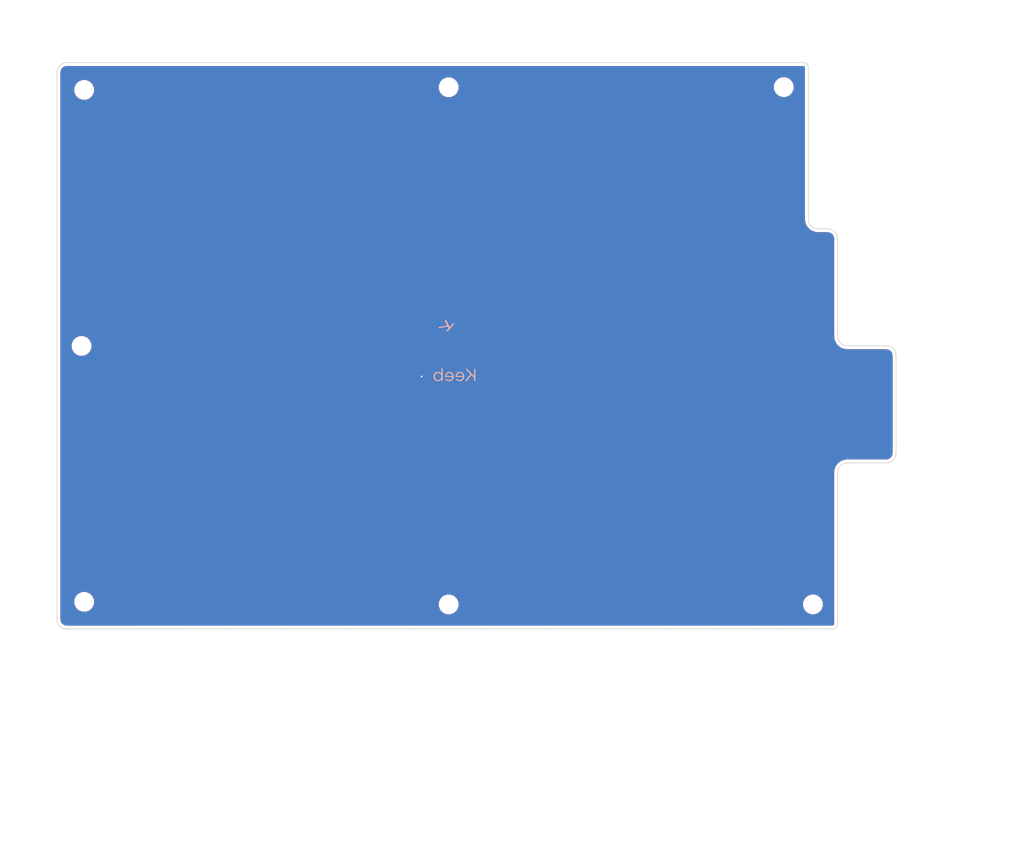
<source format=kicad_pcb>
(kicad_pcb (version 4) (host pcbnew 4.0.7)

  (general
    (links 0)
    (no_connects 0)
    (area 5.95313 4.9418 172.640771 142.021808)
    (thickness 1.6)
    (drawings 511)
    (tracks 0)
    (zones 0)
    (modules 9)
    (nets 2)
  )

  (page USLetter)
  (layers
    (0 F.Cu signal)
    (31 B.Cu signal)
    (32 B.Adhes user)
    (33 F.Adhes user)
    (34 B.Paste user)
    (35 F.Paste user)
    (36 B.SilkS user)
    (37 F.SilkS user)
    (38 B.Mask user)
    (39 F.Mask user)
    (40 Dwgs.User user)
    (41 Cmts.User user)
    (42 Eco1.User user)
    (43 Eco2.User user)
    (44 Edge.Cuts user)
    (45 Margin user)
    (46 B.CrtYd user)
    (47 F.CrtYd user)
    (48 B.Fab user)
    (49 F.Fab user)
  )

  (setup
    (last_trace_width 0.25)
    (trace_clearance 0.2)
    (zone_clearance 0.508)
    (zone_45_only no)
    (trace_min 0.2)
    (segment_width 0.2)
    (edge_width 0.15)
    (via_size 0.6)
    (via_drill 0.4)
    (via_min_size 0.4)
    (via_min_drill 0.3)
    (uvia_size 0.3)
    (uvia_drill 0.1)
    (uvias_allowed no)
    (uvia_min_size 0.2)
    (uvia_min_drill 0.1)
    (pcb_text_width 0.3)
    (pcb_text_size 1.5 1.5)
    (mod_edge_width 0.15)
    (mod_text_size 1 1)
    (mod_text_width 0.15)
    (pad_size 0.6 0.6)
    (pad_drill 0.3)
    (pad_to_mask_clearance 0.2)
    (aux_axis_origin 0 0)
    (visible_elements 7FFFFF7F)
    (pcbplotparams
      (layerselection 0x010f0_80000001)
      (usegerberextensions true)
      (excludeedgelayer true)
      (linewidth 0.100000)
      (plotframeref false)
      (viasonmask false)
      (mode 1)
      (useauxorigin false)
      (hpglpennumber 1)
      (hpglpenspeed 20)
      (hpglpendiameter 15)
      (hpglpenoverlay 2)
      (psnegative false)
      (psa4output false)
      (plotreference true)
      (plotvalue true)
      (plotinvisibletext false)
      (padsonsilk false)
      (subtractmaskfromsilk false)
      (outputformat 1)
      (mirror false)
      (drillshape 0)
      (scaleselection 1)
      (outputdirectory ../gerbers/step-left-bottom/))
  )

  (net 0 "")
  (net 1 GND)

  (net_class Default "This is the default net class."
    (clearance 0.2)
    (trace_width 0.25)
    (via_dia 0.6)
    (via_drill 0.4)
    (uvia_dia 0.3)
    (uvia_drill 0.1)
    (add_net GND)
  )

  (module Mounting_Holes:MountingHole_2.2mm_M2 (layer F.Cu) (tedit 5A7A10BD) (tstamp 5A7A913D)
    (at 133.525 19.125)
    (descr "Mounting Hole 2.2mm, no annular, M2")
    (tags "mounting hole 2.2mm no annular m2")
    (attr virtual)
    (fp_text reference REF** (at 0 -3.2) (layer F.SilkS) hide
      (effects (font (size 1 1) (thickness 0.15)))
    )
    (fp_text value MountingHole_2.2mm_M2 (at 0 3.2) (layer F.Fab) hide
      (effects (font (size 1 1) (thickness 0.15)))
    )
    (fp_text user %R (at 0.3 0) (layer F.Fab) hide
      (effects (font (size 1 1) (thickness 0.15)))
    )
    (fp_circle (center 0 0) (end 2.2 0) (layer Cmts.User) (width 0.15))
    (fp_circle (center 0 0) (end 2.45 0) (layer F.CrtYd) (width 0.05))
    (pad 1 np_thru_hole circle (at 0 0) (size 2.2 2.2) (drill 2.2) (layers *.Cu *.Mask))
  )

  (module Mounting_Holes:MountingHole_2.2mm_M2 (layer F.Cu) (tedit 5A7A10BD) (tstamp 5A7A9136)
    (at 78.975 19.15)
    (descr "Mounting Hole 2.2mm, no annular, M2")
    (tags "mounting hole 2.2mm no annular m2")
    (attr virtual)
    (fp_text reference REF** (at 0 -3.2) (layer F.SilkS) hide
      (effects (font (size 1 1) (thickness 0.15)))
    )
    (fp_text value MountingHole_2.2mm_M2 (at 0 3.2) (layer F.Fab) hide
      (effects (font (size 1 1) (thickness 0.15)))
    )
    (fp_text user %R (at 0.3 0) (layer F.Fab) hide
      (effects (font (size 1 1) (thickness 0.15)))
    )
    (fp_circle (center 0 0) (end 2.2 0) (layer Cmts.User) (width 0.15))
    (fp_circle (center 0 0) (end 2.45 0) (layer F.CrtYd) (width 0.05))
    (pad 1 np_thru_hole circle (at 0 0) (size 2.2 2.2) (drill 2.2) (layers *.Cu *.Mask))
  )

  (module Mounting_Holes:MountingHole_2.2mm_M2 (layer F.Cu) (tedit 5A7A10BD) (tstamp 5A7A912F)
    (at 19.65 19.575)
    (descr "Mounting Hole 2.2mm, no annular, M2")
    (tags "mounting hole 2.2mm no annular m2")
    (attr virtual)
    (fp_text reference REF** (at 0 -3.2) (layer F.SilkS) hide
      (effects (font (size 1 1) (thickness 0.15)))
    )
    (fp_text value MountingHole_2.2mm_M2 (at 0 3.2) (layer F.Fab) hide
      (effects (font (size 1 1) (thickness 0.15)))
    )
    (fp_text user %R (at 0.3 0) (layer F.Fab) hide
      (effects (font (size 1 1) (thickness 0.15)))
    )
    (fp_circle (center 0 0) (end 2.2 0) (layer Cmts.User) (width 0.15))
    (fp_circle (center 0 0) (end 2.45 0) (layer F.CrtYd) (width 0.05))
    (pad 1 np_thru_hole circle (at 0 0) (size 2.2 2.2) (drill 2.2) (layers *.Cu *.Mask))
  )

  (module Mounting_Holes:MountingHole_2.2mm_M2 (layer F.Cu) (tedit 5A7A10BD) (tstamp 5A7A9128)
    (at 19.225 61.25)
    (descr "Mounting Hole 2.2mm, no annular, M2")
    (tags "mounting hole 2.2mm no annular m2")
    (attr virtual)
    (fp_text reference REF** (at 0 -3.2) (layer F.SilkS) hide
      (effects (font (size 1 1) (thickness 0.15)))
    )
    (fp_text value MountingHole_2.2mm_M2 (at 0 3.2) (layer F.Fab) hide
      (effects (font (size 1 1) (thickness 0.15)))
    )
    (fp_text user %R (at 0.3 0) (layer F.Fab) hide
      (effects (font (size 1 1) (thickness 0.15)))
    )
    (fp_circle (center 0 0) (end 2.2 0) (layer Cmts.User) (width 0.15))
    (fp_circle (center 0 0) (end 2.45 0) (layer F.CrtYd) (width 0.05))
    (pad 1 np_thru_hole circle (at 0 0) (size 2.2 2.2) (drill 2.2) (layers *.Cu *.Mask))
  )

  (module Mounting_Holes:MountingHole_2.2mm_M2 (layer F.Cu) (tedit 5A7A10BD) (tstamp 5A7A9121)
    (at 19.65 102.9)
    (descr "Mounting Hole 2.2mm, no annular, M2")
    (tags "mounting hole 2.2mm no annular m2")
    (attr virtual)
    (fp_text reference REF** (at 0 -3.2) (layer F.SilkS) hide
      (effects (font (size 1 1) (thickness 0.15)))
    )
    (fp_text value MountingHole_2.2mm_M2 (at 0 3.2) (layer F.Fab) hide
      (effects (font (size 1 1) (thickness 0.15)))
    )
    (fp_text user %R (at 0.3 0) (layer F.Fab) hide
      (effects (font (size 1 1) (thickness 0.15)))
    )
    (fp_circle (center 0 0) (end 2.2 0) (layer Cmts.User) (width 0.15))
    (fp_circle (center 0 0) (end 2.45 0) (layer F.CrtYd) (width 0.05))
    (pad 1 np_thru_hole circle (at 0 0) (size 2.2 2.2) (drill 2.2) (layers *.Cu *.Mask))
  )

  (module Mounting_Holes:MountingHole_2.2mm_M2 (layer F.Cu) (tedit 5A7A10BD) (tstamp 5A7A911A)
    (at 78.975 103.325)
    (descr "Mounting Hole 2.2mm, no annular, M2")
    (tags "mounting hole 2.2mm no annular m2")
    (attr virtual)
    (fp_text reference REF** (at 0 -3.2) (layer F.SilkS) hide
      (effects (font (size 1 1) (thickness 0.15)))
    )
    (fp_text value MountingHole_2.2mm_M2 (at 0 3.2) (layer F.Fab) hide
      (effects (font (size 1 1) (thickness 0.15)))
    )
    (fp_text user %R (at 0.3 0) (layer F.Fab) hide
      (effects (font (size 1 1) (thickness 0.15)))
    )
    (fp_circle (center 0 0) (end 2.2 0) (layer Cmts.User) (width 0.15))
    (fp_circle (center 0 0) (end 2.45 0) (layer F.CrtYd) (width 0.05))
    (pad 1 np_thru_hole circle (at 0 0) (size 2.2 2.2) (drill 2.2) (layers *.Cu *.Mask))
  )

  (module Mounting_Holes:MountingHole_2.2mm_M2 (layer F.Cu) (tedit 5A7A10BD) (tstamp 5A7A50C2)
    (at 138.275 103.325)
    (descr "Mounting Hole 2.2mm, no annular, M2")
    (tags "mounting hole 2.2mm no annular m2")
    (attr virtual)
    (fp_text reference REF** (at 0 -3.2) (layer F.SilkS) hide
      (effects (font (size 1 1) (thickness 0.15)))
    )
    (fp_text value MountingHole_2.2mm_M2 (at 0 3.2) (layer F.Fab) hide
      (effects (font (size 1 1) (thickness 0.15)))
    )
    (fp_text user %R (at 0.3 0) (layer F.Fab) hide
      (effects (font (size 1 1) (thickness 0.15)))
    )
    (fp_circle (center 0 0) (end 2.2 0) (layer Cmts.User) (width 0.15))
    (fp_circle (center 0 0) (end 2.45 0) (layer F.CrtYd) (width 0.05))
    (pad 1 np_thru_hole circle (at 0 0) (size 2.2 2.2) (drill 2.2) (layers *.Cu *.Mask))
  )

  (module natsukium-Parts:VIA-0.6mm (layer F.Cu) (tedit 5A7A10DD) (tstamp 5A7A910E)
    (at 74.6 66.225)
    (fp_text reference REF** (at 0 1.4) (layer F.SilkS) hide
      (effects (font (size 1 1) (thickness 0.15)))
    )
    (fp_text value VIA-0.6mm (at 0 -1.4) (layer F.Fab) hide
      (effects (font (size 1 1) (thickness 0.15)))
    )
    (pad 1 thru_hole circle (at 0 0) (size 0.6 0.6) (drill 0.3) (layers *.Cu)
      (net 1 GND) (zone_connect 2))
  )

  (module natsukium-Art:natsukium-TwoTone (layer B.Cu) (tedit 0) (tstamp 5A7AD178)
    (at 78.58125 61.317188 180)
    (fp_text reference G*** (at 0 0 180) (layer B.SilkS) hide
      (effects (font (thickness 0.3)) (justify mirror))
    )
    (fp_text value LOGO (at 0.75 0 180) (layer B.SilkS) hide
      (effects (font (thickness 0.3)) (justify mirror))
    )
    (fp_poly (pts (xy -2.138437 -4.13646) (xy -2.03358 -4.153331) (xy -1.937527 -4.184665) (xy -1.850241 -4.230484)
      (xy -1.771689 -4.290807) (xy -1.701834 -4.365658) (xy -1.640643 -4.455057) (xy -1.599839 -4.532894)
      (xy -1.575806 -4.588915) (xy -1.55788 -4.642585) (xy -1.544538 -4.699655) (xy -1.534254 -4.765875)
      (xy -1.531111 -4.792133) (xy -1.526342 -4.842545) (xy -1.525579 -4.879971) (xy -1.529489 -4.908024)
      (xy -1.538736 -4.93032) (xy -1.553986 -4.950473) (xy -1.561752 -4.958579) (xy -1.59004 -4.986867)
      (xy -2.145453 -4.986867) (xy -2.256185 -4.986887) (xy -2.351182 -4.986968) (xy -2.431646 -4.987143)
      (xy -2.498774 -4.987444) (xy -2.553768 -4.987902) (xy -2.597825 -4.98855) (xy -2.632147 -4.989419)
      (xy -2.657931 -4.990541) (xy -2.676379 -4.991949) (xy -2.688689 -4.993675) (xy -2.696061 -4.99575)
      (xy -2.699694 -4.998207) (xy -2.700788 -5.001077) (xy -2.700807 -5.001683) (xy -2.697536 -5.029551)
      (xy -2.688894 -5.0679) (xy -2.676395 -5.111742) (xy -2.661546 -5.156084) (xy -2.64586 -5.195938)
      (xy -2.635195 -5.218482) (xy -2.585643 -5.295321) (xy -2.524024 -5.360306) (xy -2.450479 -5.413316)
      (xy -2.365151 -5.454231) (xy -2.352333 -5.458966) (xy -2.322891 -5.468704) (xy -2.296245 -5.475168)
      (xy -2.267449 -5.479024) (xy -2.231556 -5.480938) (xy -2.1844 -5.481571) (xy -2.134573 -5.481198)
      (xy -2.096485 -5.479209) (xy -2.064973 -5.475013) (xy -2.034874 -5.46802) (xy -2.015365 -5.462242)
      (xy -1.947778 -5.437838) (xy -1.887236 -5.408167) (xy -1.827285 -5.369798) (xy -1.791698 -5.343336)
      (xy -1.759172 -5.31889) (xy -1.735531 -5.303507) (xy -1.71683 -5.295202) (xy -1.699124 -5.291987)
      (xy -1.689124 -5.291667) (xy -1.650582 -5.299153) (xy -1.620137 -5.319602) (xy -1.600274 -5.350003)
      (xy -1.593476 -5.387344) (xy -1.595308 -5.405431) (xy -1.60251 -5.425311) (xy -1.618264 -5.447286)
      (xy -1.644977 -5.474496) (xy -1.65589 -5.484514) (xy -1.738312 -5.548454) (xy -1.831968 -5.602563)
      (xy -1.93306 -5.644808) (xy -1.985433 -5.660908) (xy -2.021195 -5.667771) (xy -2.069126 -5.673032)
      (xy -2.124754 -5.676591) (xy -2.183602 -5.678347) (xy -2.241195 -5.6782) (xy -2.293059 -5.676051)
      (xy -2.334718 -5.671799) (xy -2.3495 -5.669045) (xy -2.454823 -5.637921) (xy -2.548951 -5.595231)
      (xy -2.63412 -5.539719) (xy -2.712567 -5.470133) (xy -2.722519 -5.45985) (xy -2.792563 -5.375728)
      (xy -2.847821 -5.28536) (xy -2.889783 -5.186104) (xy -2.9055 -5.135033) (xy -2.914792 -5.08878)
      (xy -2.921374 -5.030337) (xy -2.925212 -4.964239) (xy -2.926266 -4.895016) (xy -2.924502 -4.827203)
      (xy -2.923114 -4.808621) (xy -2.700867 -4.808621) (xy -2.693787 -4.810776) (xy -2.672304 -4.81262)
      (xy -2.636055 -4.81416) (xy -2.584676 -4.815402) (xy -2.517803 -4.816354) (xy -2.435074 -4.817021)
      (xy -2.336124 -4.817412) (xy -2.226215 -4.817533) (xy -1.751563 -4.817533) (xy -1.757405 -4.777317)
      (xy -1.777882 -4.682663) (xy -1.810062 -4.596262) (xy -1.85293 -4.519431) (xy -1.905472 -4.45349)
      (xy -1.966672 -4.399758) (xy -2.035514 -4.359554) (xy -2.0955 -4.337993) (xy -2.142219 -4.329835)
      (xy -2.198525 -4.326527) (xy -2.257819 -4.327936) (xy -2.313505 -4.333927) (xy -2.355569 -4.343275)
      (xy -2.431605 -4.375491) (xy -2.50078 -4.42255) (xy -2.561862 -4.483329) (xy -2.61362 -4.556701)
      (xy -2.636959 -4.600534) (xy -2.654473 -4.640927) (xy -2.671028 -4.685962) (xy -2.685188 -4.730969)
      (xy -2.695519 -4.771273) (xy -2.700587 -4.802204) (xy -2.700867 -4.808621) (xy -2.923114 -4.808621)
      (xy -2.919882 -4.765331) (xy -2.912369 -4.713933) (xy -2.909033 -4.69919) (xy -2.88169 -4.608385)
      (xy -2.848204 -4.529382) (xy -2.805991 -4.457678) (xy -2.752471 -4.388773) (xy -2.697523 -4.330394)
      (xy -2.623486 -4.263878) (xy -2.549549 -4.212629) (xy -2.472624 -4.175287) (xy -2.389622 -4.150488)
      (xy -2.297453 -4.136872) (xy -2.252133 -4.134029) (xy -2.138437 -4.13646)) (layer B.SilkS) (width 0.001))
    (fp_poly (pts (xy -0.478468 -4.13365) (xy -0.428029 -4.136017) (xy -0.389056 -4.139502) (xy -0.356084 -4.144982)
      (xy -0.323647 -4.153333) (xy -0.291685 -4.163588) (xy -0.211835 -4.195289) (xy -0.143362 -4.233432)
      (xy -0.081014 -4.28127) (xy -0.042333 -4.318036) (xy 0.028645 -4.40226) (xy 0.086636 -4.496947)
      (xy 0.130871 -4.600834) (xy 0.13183 -4.603644) (xy 0.151308 -4.669315) (xy 0.165587 -4.734696)
      (xy 0.174356 -4.796716) (xy 0.177303 -4.852305) (xy 0.174119 -4.89839) (xy 0.164963 -4.930926)
      (xy 0.159958 -4.941778) (xy 0.155174 -4.951129) (xy 0.149391 -4.959092) (xy 0.141387 -4.965777)
      (xy 0.129942 -4.971297) (xy 0.113833 -4.975761) (xy 0.09184 -4.979283) (xy 0.062741 -4.981973)
      (xy 0.025316 -4.983942) (xy -0.021657 -4.985302) (xy -0.079398 -4.986165) (xy -0.14913 -4.986641)
      (xy -0.232073 -4.986843) (xy -0.329448 -4.986881) (xy -0.442477 -4.986867) (xy -0.448307 -4.986867)
      (xy -0.999834 -4.986867) (xy -0.994512 -5.018617) (xy -0.971001 -5.12002) (xy -0.936491 -5.208741)
      (xy -0.890765 -5.285154) (xy -0.833609 -5.349632) (xy -0.778054 -5.393864) (xy -0.727152 -5.425335)
      (xy -0.678022 -5.448157) (xy -0.623609 -5.465239) (xy -0.582213 -5.474612) (xy -0.487964 -5.485208)
      (xy -0.393156 -5.479322) (xy -0.299079 -5.457307) (xy -0.207023 -5.419512) (xy -0.118278 -5.366288)
      (xy -0.080964 -5.338352) (xy -0.050857 -5.31521) (xy -0.028891 -5.301182) (xy -0.01059 -5.294092)
      (xy 0.008525 -5.291763) (xy 0.015057 -5.291667) (xy 0.04168 -5.29399) (xy 0.061975 -5.303408)
      (xy 0.08128 -5.320453) (xy 0.100225 -5.342676) (xy 0.108571 -5.363815) (xy 0.110067 -5.384316)
      (xy 0.108367 -5.405489) (xy 0.101436 -5.423568) (xy 0.086528 -5.443909) (xy 0.070222 -5.461989)
      (xy 0.008577 -5.517834) (xy -0.06569 -5.568515) (xy -0.148544 -5.611908) (xy -0.235949 -5.645889)
      (xy -0.320552 -5.667714) (xy -0.373871 -5.674982) (xy -0.436452 -5.679052) (xy -0.502503 -5.679914)
      (xy -0.566232 -5.677559) (xy -0.621847 -5.671976) (xy -0.643467 -5.668249) (xy -0.749752 -5.638361)
      (xy -0.847634 -5.593907) (xy -0.937659 -5.534574) (xy -1.020374 -5.460047) (xy -1.037155 -5.442121)
      (xy -1.102608 -5.357689) (xy -1.154444 -5.263592) (xy -1.19244 -5.160528) (xy -1.216373 -5.049191)
      (xy -1.226022 -4.930277) (xy -1.224864 -4.855633) (xy -1.220558 -4.817533) (xy -0.998643 -4.817533)
      (xy -0.0508 -4.817533) (xy -0.050859 -4.798483) (xy -0.054387 -4.766646) (xy -0.063814 -4.724505)
      (xy -0.077643 -4.676989) (xy -0.094374 -4.629026) (xy -0.11251 -4.585545) (xy -0.120697 -4.568815)
      (xy -0.16784 -4.493978) (xy -0.224464 -4.431547) (xy -0.289267 -4.382588) (xy -0.360946 -4.348164)
      (xy -0.407033 -4.334859) (xy -0.452659 -4.328586) (xy -0.507 -4.326915) (xy -0.564289 -4.329505)
      (xy -0.618759 -4.336012) (xy -0.664643 -4.346094) (xy -0.679236 -4.351026) (xy -0.753103 -4.388658)
      (xy -0.819198 -4.440594) (xy -0.876708 -4.505699) (xy -0.924821 -4.58284) (xy -0.962725 -4.670883)
      (xy -0.989609 -4.768696) (xy -0.993715 -4.790017) (xy -0.998643 -4.817533) (xy -1.220558 -4.817533)
      (xy -1.211406 -4.73656) (xy -1.183284 -4.62592) (xy -1.140426 -4.523551) (xy -1.082759 -4.429294)
      (xy -1.010211 -4.342988) (xy -0.979498 -4.31296) (xy -0.901498 -4.248552) (xy -0.821399 -4.199199)
      (xy -0.736923 -4.164086) (xy -0.64579 -4.142397) (xy -0.545723 -4.133316) (xy -0.478468 -4.13365)) (layer B.SilkS) (width 0.001))
    (fp_poly (pts (xy 0.705928 -3.541983) (xy 0.739946 -3.557493) (xy 0.744721 -3.561242) (xy 0.756086 -3.570812)
      (xy 0.76563 -3.579767) (xy 0.773513 -3.589598) (xy 0.779894 -3.601793) (xy 0.784935 -3.617842)
      (xy 0.788794 -3.639235) (xy 0.791631 -3.66746) (xy 0.793606 -3.704008) (xy 0.79488 -3.750368)
      (xy 0.795611 -3.808029) (xy 0.79596 -3.87848) (xy 0.796087 -3.963212) (xy 0.796135 -4.040296)
      (xy 0.796403 -4.449233) (xy 0.814434 -4.423833) (xy 0.837211 -4.395867) (xy 0.869568 -4.361471)
      (xy 0.90787 -4.324003) (xy 0.948485 -4.286822) (xy 0.987776 -4.253288) (xy 1.02211 -4.226758)
      (xy 1.0414 -4.214067) (xy 1.077962 -4.19507) (xy 1.121578 -4.17562) (xy 1.162993 -4.159835)
      (xy 1.164167 -4.15944) (xy 1.192021 -4.150597) (xy 1.216621 -4.144385) (xy 1.242004 -4.140339)
      (xy 1.272209 -4.137994) (xy 1.311274 -4.136887) (xy 1.363133 -4.136552) (xy 1.413794 -4.136623)
      (xy 1.45166 -4.137401) (xy 1.480866 -4.139424) (xy 1.505552 -4.143232) (xy 1.529852 -4.149365)
      (xy 1.557905 -4.158363) (xy 1.5748 -4.164163) (xy 1.669636 -4.205107) (xy 1.758601 -4.259437)
      (xy 1.839427 -4.325133) (xy 1.909845 -4.400178) (xy 1.967588 -4.482552) (xy 1.998086 -4.540904)
      (xy 2.033841 -4.638122) (xy 2.05748 -4.743129) (xy 2.069043 -4.852696) (xy 2.068572 -4.963596)
      (xy 2.056107 -5.072598) (xy 2.031688 -5.176473) (xy 1.995356 -5.271993) (xy 1.988727 -5.285711)
      (xy 1.936133 -5.373393) (xy 1.87059 -5.453267) (xy 1.794303 -5.523684) (xy 1.709475 -5.582996)
      (xy 1.61831 -5.629552) (xy 1.523011 -5.661703) (xy 1.47236 -5.672212) (xy 1.408483 -5.67875)
      (xy 1.338413 -5.679613) (xy 1.270362 -5.674934) (xy 1.227667 -5.668297) (xy 1.128038 -5.639404)
      (xy 1.034122 -5.594946) (xy 0.947113 -5.535679) (xy 0.868204 -5.462356) (xy 0.828277 -5.41579)
      (xy 0.795867 -5.374813) (xy 0.795867 -5.470267) (xy 0.795318 -5.515578) (xy 0.7933 -5.548227)
      (xy 0.789252 -5.57246) (xy 0.782614 -5.592522) (xy 0.778559 -5.601473) (xy 0.754454 -5.634346)
      (xy 0.722368 -5.654865) (xy 0.685959 -5.662974) (xy 0.648884 -5.65862) (xy 0.6148 -5.641747)
      (xy 0.587366 -5.6123) (xy 0.582738 -5.604411) (xy 0.580364 -5.599382) (xy 0.578246 -5.593014)
      (xy 0.576369 -5.584371) (xy 0.574718 -5.572513) (xy 0.573279 -5.556504) (xy 0.572038 -5.535405)
      (xy 0.570979 -5.508278) (xy 0.57009 -5.474186) (xy 0.569354 -5.432191) (xy 0.568757 -5.381354)
      (xy 0.568286 -5.320738) (xy 0.567925 -5.249405) (xy 0.56766 -5.166417) (xy 0.567477 -5.070835)
      (xy 0.56736 -4.961723) (xy 0.56731 -4.863934) (xy 0.788704 -4.863934) (xy 0.789824 -4.946434)
      (xy 0.79901 -5.027808) (xy 0.815999 -5.102959) (xy 0.834338 -5.153618) (xy 0.877723 -5.232086)
      (xy 0.934118 -5.303005) (xy 1.001102 -5.364359) (xy 1.076255 -5.41413) (xy 1.157156 -5.4503)
      (xy 1.207405 -5.464623) (xy 1.259798 -5.472164) (xy 1.320893 -5.474394) (xy 1.383826 -5.471527)
      (xy 1.441732 -5.463778) (xy 1.4732 -5.456293) (xy 1.549899 -5.425463) (xy 1.621928 -5.381076)
      (xy 1.686168 -5.325736) (xy 1.7395 -5.262047) (xy 1.772325 -5.206608) (xy 1.796464 -5.152147)
      (xy 1.813663 -5.099971) (xy 1.825176 -5.044725) (xy 1.832255 -4.981057) (xy 1.834735 -4.940075)
      (xy 1.833889 -4.836727) (xy 1.820617 -4.743866) (xy 1.794355 -4.659898) (xy 1.754538 -4.583223)
      (xy 1.700601 -4.512246) (xy 1.673247 -4.483398) (xy 1.614584 -4.431037) (xy 1.556185 -4.39215)
      (xy 1.493319 -4.364031) (xy 1.434553 -4.346978) (xy 1.377098 -4.338407) (xy 1.311547 -4.336588)
      (xy 1.244667 -4.341197) (xy 1.183225 -4.35191) (xy 1.153814 -4.36042) (xy 1.077077 -4.395425)
      (xy 1.004567 -4.44467) (xy 0.93879 -4.505548) (xy 0.882255 -4.575454) (xy 0.83747 -4.651782)
      (xy 0.811717 -4.715933) (xy 0.795914 -4.785401) (xy 0.788704 -4.863934) (xy 0.56731 -4.863934)
      (xy 0.567296 -4.838143) (xy 0.56727 -4.699155) (xy 0.567267 -4.60361) (xy 0.567291 -4.451812)
      (xy 0.567372 -4.316055) (xy 0.56752 -4.195448) (xy 0.567747 -4.089099) (xy 0.568062 -3.996115)
      (xy 0.568477 -3.915607) (xy 0.569003 -3.846681) (xy 0.569651 -3.788445) (xy 0.57043 -3.740009)
      (xy 0.571353 -3.70048) (xy 0.572431 -3.668966) (xy 0.573673 -3.644576) (xy 0.575091 -3.626417)
      (xy 0.576696 -3.613599) (xy 0.578498 -3.605229) (xy 0.579457 -3.60248) (xy 0.600834 -3.571171)
      (xy 0.631972 -3.54992) (xy 0.668471 -3.539824) (xy 0.705928 -3.541983)) (layer B.SilkS) (width 0.001))
    (fp_poly (pts (xy 4.102512 -4.139159) (xy 4.19101 -4.15543) (xy 4.212167 -4.16119) (xy 4.316428 -4.200377)
      (xy 4.412828 -4.253927) (xy 4.500162 -4.320636) (xy 4.577223 -4.399298) (xy 4.642807 -4.488706)
      (xy 4.695709 -4.587654) (xy 4.730143 -4.679463) (xy 4.738718 -4.708742) (xy 4.744867 -4.734458)
      (xy 4.749002 -4.76046) (xy 4.751534 -4.790601) (xy 4.752876 -4.828731) (xy 4.75344 -4.8787)
      (xy 4.753524 -4.897967) (xy 4.75292 -4.967818) (xy 4.749988 -5.02503) (xy 4.743856 -5.073836)
      (xy 4.733649 -5.118468) (xy 4.718496 -5.163158) (xy 4.697522 -5.212138) (xy 4.6819 -5.2451)
      (xy 4.625948 -5.342307) (xy 4.557719 -5.42989) (xy 4.478816 -5.506493) (xy 4.390839 -5.570763)
      (xy 4.295393 -5.621345) (xy 4.195233 -5.656575) (xy 4.148881 -5.665896) (xy 4.091274 -5.672829)
      (xy 4.027334 -5.677211) (xy 3.961984 -5.678883) (xy 3.900144 -5.677683) (xy 3.846739 -5.67345)
      (xy 3.818467 -5.668909) (xy 3.709165 -5.637528) (xy 3.607631 -5.591751) (xy 3.514996 -5.53266)
      (xy 3.43239 -5.461341) (xy 3.360945 -5.378876) (xy 3.301792 -5.28635) (xy 3.256062 -5.184846)
      (xy 3.232174 -5.107172) (xy 3.220727 -5.045336) (xy 3.214113 -4.973715) (xy 3.212529 -4.906433)
      (xy 3.444704 -4.906433) (xy 3.446533 -4.972646) (xy 3.452661 -5.028089) (xy 3.464416 -5.078663)
      (xy 3.483124 -5.130268) (xy 3.506578 -5.1816) (xy 3.550424 -5.25431) (xy 3.606778 -5.32057)
      (xy 3.672729 -5.377982) (xy 3.745365 -5.424149) (xy 3.821772 -5.456672) (xy 3.850542 -5.464798)
      (xy 3.895513 -5.472192) (xy 3.950735 -5.47607) (xy 4.009894 -5.47643) (xy 4.066675 -5.473268)
      (xy 4.114766 -5.466584) (xy 4.122394 -5.464916) (xy 4.20451 -5.43709) (xy 4.280609 -5.394632)
      (xy 4.349211 -5.339225) (xy 4.408834 -5.27255) (xy 4.458 -5.19629) (xy 4.495228 -5.112127)
      (xy 4.519038 -5.021744) (xy 4.52065 -5.012267) (xy 4.529397 -4.908976) (xy 4.521961 -4.809548)
      (xy 4.498656 -4.714928) (xy 4.459801 -4.626062) (xy 4.405709 -4.543897) (xy 4.340301 -4.472722)
      (xy 4.279179 -4.421523) (xy 4.218051 -4.383748) (xy 4.152133 -4.357131) (xy 4.076642 -4.339407)
      (xy 4.050046 -4.335295) (xy 3.956747 -4.330596) (xy 3.865728 -4.342163) (xy 3.77878 -4.369335)
      (xy 3.697697 -4.411453) (xy 3.624271 -4.467855) (xy 3.586641 -4.506019) (xy 3.531187 -4.57821)
      (xy 3.490012 -4.65533) (xy 3.462418 -4.739346) (xy 3.447708 -4.832226) (xy 3.444704 -4.906433)
      (xy 3.212529 -4.906433) (xy 3.212325 -4.897746) (xy 3.215353 -4.822866) (xy 3.223191 -4.75451)
      (xy 3.232737 -4.70885) (xy 3.270162 -4.601139) (xy 3.321914 -4.501225) (xy 3.386804 -4.410383)
      (xy 3.463643 -4.329887) (xy 3.551244 -4.261012) (xy 3.648416 -4.205032) (xy 3.736129 -4.169057)
      (xy 3.819298 -4.147505) (xy 3.911514 -4.135281) (xy 4.007632 -4.132471) (xy 4.102512 -4.139159)) (layer B.Mask) (width 0.001))
    (fp_poly (pts (xy -4.610032 -3.635048) (xy -4.574385 -3.659744) (xy -4.573062 -3.661049) (xy -4.542367 -3.69174)
      (xy -4.538133 -4.259817) (xy -4.5339 -4.827894) (xy -3.959636 -4.239171) (xy -3.87329 -4.15081)
      (xy -3.790985 -4.066893) (xy -3.713483 -3.988185) (xy -3.641547 -3.915447) (xy -3.57594 -3.849441)
      (xy -3.517425 -3.79093) (xy -3.466763 -3.740677) (xy -3.424719 -3.699442) (xy -3.392055 -3.66799)
      (xy -3.369533 -3.647082) (xy -3.357917 -3.637481) (xy -3.357223 -3.637091) (xy -3.315768 -3.625746)
      (xy -3.275922 -3.630265) (xy -3.240429 -3.649614) (xy -3.212031 -3.682761) (xy -3.205877 -3.694063)
      (xy -3.199353 -3.707359) (xy -3.194315 -3.719323) (xy -3.191548 -3.730943) (xy -3.191835 -3.743206)
      (xy -3.195961 -3.7571) (xy -3.20471 -3.773614) (xy -3.218865 -3.793734) (xy -3.239212 -3.818449)
      (xy -3.266535 -3.848746) (xy -3.301616 -3.885613) (xy -3.345241 -3.930039) (xy -3.398194 -3.98301)
      (xy -3.461258 -4.045515) (xy -3.535219 -4.118542) (xy -3.570374 -4.153233) (xy -3.635844 -4.21804)
      (xy -3.697497 -4.279439) (xy -3.754308 -4.336387) (xy -3.805255 -4.387841) (xy -3.849313 -4.432755)
      (xy -3.88546 -4.470087) (xy -3.91267 -4.498792) (xy -3.929922 -4.517826) (xy -3.936191 -4.526146)
      (xy -3.936183 -4.52633) (xy -3.930404 -4.53419) (xy -3.914796 -4.55411) (xy -3.890224 -4.585018)
      (xy -3.85755 -4.625841) (xy -3.817637 -4.675508) (xy -3.771346 -4.732947) (xy -3.719542 -4.797084)
      (xy -3.663086 -4.866848) (xy -3.602842 -4.941166) (xy -3.556 -4.998868) (xy -3.4931 -5.076429)
      (xy -3.433082 -5.150674) (xy -3.376846 -5.220477) (xy -3.325289 -5.284713) (xy -3.27931 -5.342254)
      (xy -3.239806 -5.391974) (xy -3.207677 -5.432749) (xy -3.183819 -5.46345) (xy -3.169132 -5.482953)
      (xy -3.164772 -5.489371) (xy -3.15189 -5.528514) (xy -3.153266 -5.567649) (xy -3.166911 -5.603669)
      (xy -3.190838 -5.633469) (xy -3.223062 -5.653942) (xy -3.261594 -5.661982) (xy -3.274827 -5.661432)
      (xy -3.302091 -5.655412) (xy -3.32471 -5.645045) (xy -3.328808 -5.641918) (xy -3.335217 -5.635614)
      (xy -3.344653 -5.625335) (xy -3.357754 -5.610298) (xy -3.37516 -5.589719) (xy -3.397509 -5.562813)
      (xy -3.425442 -5.528798) (xy -3.459596 -5.486889) (xy -3.500612 -5.436303) (xy -3.549128 -5.376256)
      (xy -3.605783 -5.305965) (xy -3.671216 -5.224645) (xy -3.746067 -5.131513) (xy -3.813715 -5.047283)
      (xy -4.10851 -4.680133) (xy -4.322963 -4.894463) (xy -4.537416 -5.108792) (xy -4.542367 -5.595129)
      (xy -4.563533 -5.617769) (xy -4.600888 -5.648492) (xy -4.639899 -5.662392) (xy -4.680796 -5.659523)
      (xy -4.706438 -5.649723) (xy -4.730659 -5.632714) (xy -4.750159 -5.610813) (xy -4.750856 -5.609699)
      (xy -4.75332 -5.605142) (xy -4.755514 -5.599373) (xy -4.757453 -5.591441) (xy -4.759155 -5.580392)
      (xy -4.760633 -5.565274) (xy -4.761904 -5.545135) (xy -4.762983 -5.51902) (xy -4.763887 -5.485979)
      (xy -4.76463 -5.445058) (xy -4.765228 -5.395304) (xy -4.765697 -5.335765) (xy -4.766052 -5.265488)
      (xy -4.766309 -5.183521) (xy -4.766483 -5.08891) (xy -4.766591 -4.980703) (xy -4.766648 -4.857948)
      (xy -4.766668 -4.719691) (xy -4.76667 -4.643967) (xy -4.766664 -4.497669) (xy -4.766633 -4.367349)
      (xy -4.766563 -4.252054) (xy -4.766436 -4.150827) (xy -4.766236 -4.062714) (xy -4.765947 -3.98676)
      (xy -4.765553 -3.92201) (xy -4.765036 -3.86751) (xy -4.764382 -3.822304) (xy -4.763573 -3.785438)
      (xy -4.762594 -3.755956) (xy -4.761428 -3.732905) (xy -4.760058 -3.715329) (xy -4.758468 -3.702273)
      (xy -4.756643 -3.692783) (xy -4.754565 -3.685903) (xy -4.752218 -3.680679) (xy -4.750143 -3.677061)
      (xy -4.722445 -3.646067) (xy -4.687541 -3.628524) (xy -4.64891 -3.624746) (xy -4.610032 -3.635048)) (layer B.SilkS) (width 0.001))
    (fp_poly (pts (xy 2.719242 -4.156881) (xy 2.752467 -4.176849) (xy 2.773205 -4.20172) (xy 2.776212 -4.20714)
      (xy 2.778832 -4.213546) (xy 2.78109 -4.222075) (xy 2.783015 -4.233864) (xy 2.784631 -4.25005)
      (xy 2.785967 -4.271772) (xy 2.78705 -4.300167) (xy 2.787904 -4.336372) (xy 2.788558 -4.381524)
      (xy 2.789039 -4.436761) (xy 2.789372 -4.50322) (xy 2.789584 -4.582038) (xy 2.789703 -4.674354)
      (xy 2.789755 -4.781304) (xy 2.789767 -4.904026) (xy 2.789767 -4.906807) (xy 2.78975 -5.030118)
      (xy 2.789684 -5.137622) (xy 2.789545 -5.230448) (xy 2.789307 -5.309723) (xy 2.788946 -5.376573)
      (xy 2.788438 -5.432126) (xy 2.787757 -5.47751) (xy 2.78688 -5.513852) (xy 2.785781 -5.542279)
      (xy 2.784437 -5.563918) (xy 2.782822 -5.579897) (xy 2.780913 -5.591343) (xy 2.778684 -5.599383)
      (xy 2.776111 -5.605145) (xy 2.77449 -5.607828) (xy 2.744477 -5.64018) (xy 2.707761 -5.658515)
      (xy 2.667522 -5.661963) (xy 2.626941 -5.649651) (xy 2.625189 -5.648729) (xy 2.601134 -5.630185)
      (xy 2.581824 -5.606124) (xy 2.580871 -5.604411) (xy 2.578048 -5.598435) (xy 2.575589 -5.590985)
      (xy 2.573471 -5.580919) (xy 2.571668 -5.567098) (xy 2.570154 -5.548379) (xy 2.568906 -5.52362)
      (xy 2.567896 -5.49168) (xy 2.567102 -5.451417) (xy 2.566496 -5.401691) (xy 2.566056 -5.341359)
      (xy 2.565754 -5.269281) (xy 2.565566 -5.184314) (xy 2.565467 -5.085317) (xy 2.565433 -4.971148)
      (xy 2.565432 -4.902332) (xy 2.565449 -4.779692) (xy 2.565505 -4.672844) (xy 2.565628 -4.580647)
      (xy 2.565845 -4.501961) (xy 2.566183 -4.435645) (xy 2.566668 -4.380556) (xy 2.567327 -4.335555)
      (xy 2.568188 -4.299501) (xy 2.569278 -4.271252) (xy 2.570623 -4.249667) (xy 2.57225 -4.233606)
      (xy 2.574187 -4.221928) (xy 2.57646 -4.213491) (xy 2.579096 -4.207154) (xy 2.58199 -4.201994)
      (xy 2.60911 -4.171979) (xy 2.643641 -4.154451) (xy 2.681659 -4.149417) (xy 2.719242 -4.156881)) (layer B.Mask) (width 0.001))
    (fp_poly (pts (xy 2.737838 -3.594508) (xy 2.774344 -3.619116) (xy 2.791715 -3.639802) (xy 2.806579 -3.674477)
      (xy 2.811462 -3.715076) (xy 2.807074 -3.756688) (xy 2.794123 -3.7944) (xy 2.773319 -3.823299)
      (xy 2.76419 -3.830504) (xy 2.729785 -3.845675) (xy 2.688457 -3.853437) (xy 2.650067 -3.852223)
      (xy 2.606096 -3.839365) (xy 2.575465 -3.817678) (xy 2.556856 -3.785497) (xy 2.548951 -3.741154)
      (xy 2.548467 -3.723771) (xy 2.551125 -3.678243) (xy 2.560299 -3.645122) (xy 2.577783 -3.620552)
      (xy 2.605372 -3.600679) (xy 2.605939 -3.600359) (xy 2.64977 -3.584309) (xy 2.695025 -3.582633)
      (xy 2.737838 -3.594508)) (layer B.Mask) (width 0.001))
    (fp_poly (pts (xy 0.650962 5.685838) (xy 0.774536 5.667516) (xy 0.892419 5.634696) (xy 1.003339 5.587579)
      (xy 1.106024 5.52637) (xy 1.123655 5.513782) (xy 1.136841 5.50231) (xy 1.161257 5.479088)
      (xy 1.196425 5.444603) (xy 1.241868 5.39934) (xy 1.297111 5.343785) (xy 1.361675 5.278423)
      (xy 1.435084 5.20374) (xy 1.51686 5.120222) (xy 1.606527 5.028353) (xy 1.703607 4.928621)
      (xy 1.807624 4.82151) (xy 1.9181 4.707505) (xy 2.034559 4.587094) (xy 2.069588 4.550833)
      (xy 2.172965 4.443801) (xy 2.274306 4.338895) (xy 2.372869 4.236881) (xy 2.467913 4.138527)
      (xy 2.558696 4.044597) (xy 2.644479 3.95586) (xy 2.724518 3.873081) (xy 2.798073 3.797027)
      (xy 2.864404 3.728464) (xy 2.922768 3.668158) (xy 2.972424 3.616877) (xy 3.012632 3.575387)
      (xy 3.04265 3.544454) (xy 3.061738 3.524844) (xy 3.063262 3.523284) (xy 3.095353 3.489958)
      (xy 3.123513 3.459262) (xy 3.149683 3.42868) (xy 3.175804 3.395694) (xy 3.203817 3.357787)
      (xy 3.235665 3.31244) (xy 3.273287 3.257138) (xy 3.304858 3.210018) (xy 3.503128 2.903803)
      (xy 3.685741 2.602619) (xy 3.852976 2.305775) (xy 4.005113 2.012583) (xy 4.142434 1.722351)
      (xy 4.265218 1.434391) (xy 4.373745 1.148012) (xy 4.468296 0.862526) (xy 4.549151 0.577241)
      (xy 4.616589 0.291469) (xy 4.670893 0.004519) (xy 4.706992 -0.2413) (xy 4.719665 -0.341156)
      (xy 4.73014 -0.425808) (xy 4.738471 -0.496834) (xy 4.744708 -0.555814) (xy 4.748904 -0.604325)
      (xy 4.751112 -0.643947) (xy 4.751384 -0.676258) (xy 4.749772 -0.702837) (xy 4.746328 -0.725263)
      (xy 4.741104 -0.745115) (xy 4.734154 -0.763971) (xy 4.725528 -0.78341) (xy 4.72498 -0.784583)
      (xy 4.686514 -0.847215) (xy 4.63344 -0.903057) (xy 4.567194 -0.950744) (xy 4.528959 -0.971404)
      (xy 4.515472 -0.977705) (xy 4.487171 -0.990686) (xy 4.44468 -1.010067) (xy 4.38862 -1.035565)
      (xy 4.319614 -1.066898) (xy 4.238285 -1.103786) (xy 4.145255 -1.145947) (xy 4.041146 -1.193098)
      (xy 3.926581 -1.244959) (xy 3.802183 -1.301247) (xy 3.668574 -1.361682) (xy 3.526376 -1.42598)
      (xy 3.376212 -1.493862) (xy 3.218705 -1.565045) (xy 3.054477 -1.639248) (xy 2.884149 -1.716189)
      (xy 2.708346 -1.795586) (xy 2.527689 -1.877158) (xy 2.342801 -1.960623) (xy 2.154305 -2.0457)
      (xy 2.150533 -2.047402) (xy 1.958321 -2.134148) (xy 1.767896 -2.220092) (xy 1.579987 -2.304903)
      (xy 1.395323 -2.388254) (xy 1.214631 -2.469815) (xy 1.03864 -2.549257) (xy 0.868078 -2.626253)
      (xy 0.703673 -2.700472) (xy 0.546155 -2.771586) (xy 0.39625 -2.839267) (xy 0.254687 -2.903185)
      (xy 0.122195 -2.963012) (xy -0.000498 -3.018418) (xy -0.112664 -3.069076) (xy -0.213574 -3.114656)
      (xy -0.302501 -3.154829) (xy -0.378715 -3.189266) (xy -0.44149 -3.21764) (xy -0.490095 -3.23962)
      (xy -0.516467 -3.251554) (xy -0.613037 -3.294947) (xy -0.700125 -3.333394) (xy -0.776722 -3.366472)
      (xy -0.84182 -3.393756) (xy -0.89441 -3.414819) (xy -0.933482 -3.429239) (xy -0.9525 -3.43522)
      (xy -1.017316 -3.448992) (xy -1.087868 -3.457447) (xy -1.158562 -3.460321) (xy -1.223806 -3.457349)
      (xy -1.27 -3.450212) (xy -1.341945 -3.426991) (xy -1.417036 -3.389887) (xy -1.492258 -3.340789)
      (xy -1.564595 -3.281586) (xy -1.609759 -3.237403) (xy -1.619876 -3.225655) (xy -1.639809 -3.201461)
      (xy -1.668884 -3.165665) (xy -1.689369 -3.140263) (xy -1.025554 -3.140263) (xy -1.001727 -3.133133)
      (xy -0.988102 -3.127895) (xy -0.961236 -3.116574) (xy -0.923297 -3.10012) (xy -0.876447 -3.079482)
      (xy -0.822852 -3.055607) (xy -0.764677 -3.029446) (xy -0.7493 -3.022491) (xy -0.723268 -3.010716)
      (xy -0.682455 -2.992273) (xy -0.627516 -2.967457) (xy -0.559107 -2.936564) (xy -0.477881 -2.899889)
      (xy -0.384494 -2.857728) (xy -0.279601 -2.810377) (xy -0.163856 -2.758131) (xy -0.037914 -2.701285)
      (xy 0.09757 -2.640135) (xy 0.241942 -2.574977) (xy 0.394546 -2.506106) (xy 0.554729 -2.433817)
      (xy 0.721834 -2.358406) (xy 0.895208 -2.280169) (xy 1.074195 -2.199401) (xy 1.258141 -2.116398)
      (xy 1.446391 -2.031455) (xy 1.63829 -1.944867) (xy 1.833184 -1.856931) (xy 1.926167 -1.814978)
      (xy 2.119833 -1.727592) (xy 2.309647 -1.641936) (xy 2.495018 -1.558276) (xy 2.675358 -1.476877)
      (xy 2.850078 -1.398006) (xy 3.018589 -1.321928) (xy 3.1803 -1.248911) (xy 3.334625 -1.179219)
      (xy 3.480973 -1.11312) (xy 3.618754 -1.050879) (xy 3.747382 -0.992763) (xy 3.866265 -0.939038)
      (xy 3.974815 -0.88997) (xy 4.072443 -0.845824) (xy 4.15856 -0.806868) (xy 4.232576 -0.773367)
      (xy 4.293904 -0.745588) (xy 4.341952 -0.723796) (xy 4.376134 -0.708258) (xy 4.395858 -0.69924)
      (xy 4.400676 -0.696987) (xy 4.421762 -0.684632) (xy 4.4365 -0.673062) (xy 4.437432 -0.672017)
      (xy 4.440381 -0.658742) (xy 4.440696 -0.63059) (xy 4.438603 -0.589373) (xy 4.434332 -0.536904)
      (xy 4.428109 -0.474995) (xy 4.420163 -0.40546) (xy 4.410721 -0.330109) (xy 4.400011 -0.250757)
      (xy 4.388262 -0.169215) (xy 4.3757 -0.087295) (xy 4.362554 -0.006811) (xy 4.349052 0.070425)
      (xy 4.335421 0.1426) (xy 4.334376 0.147876) (xy 4.271668 0.429253) (xy 4.195296 0.71039)
      (xy 4.104963 0.991994) (xy 4.000375 1.274766) (xy 3.881235 1.559412) (xy 3.74725 1.846634)
      (xy 3.598123 2.137137) (xy 3.433559 2.431624) (xy 3.253263 2.7308) (xy 3.24467 2.744552)
      (xy 3.145804 2.902537) (xy 3.088839 2.848799) (xy 3.054341 2.817784) (xy 3.017834 2.788374)
      (xy 2.977012 2.759063) (xy 2.929569 2.728342) (xy 2.873202 2.694704) (xy 2.805605 2.656642)
      (xy 2.742564 2.622355) (xy 2.452807 2.469541) (xy 2.172026 2.327761) (xy 1.897537 2.195771)
      (xy 1.626655 2.072328) (xy 1.356696 1.956185) (xy 1.084977 1.846099) (xy 0.982133 1.806145)
      (xy 0.94746 1.792874) (xy 0.912187 1.779481) (xy 0.875092 1.765519) (xy 0.834956 1.750543)
      (xy 0.790557 1.734107) (xy 0.740675 1.715766) (xy 0.684089 1.695072) (xy 0.619579 1.671582)
      (xy 0.545923 1.644848) (xy 0.461901 1.614425) (xy 0.366292 1.579867) (xy 0.257876 1.540729)
      (xy 0.135432 1.496563) (xy 0.059809 1.469299) (xy -0.049694 1.430422) (xy -0.145588 1.397748)
      (xy -0.229799 1.370744) (xy -0.304252 1.348874) (xy -0.370874 1.331602) (xy -0.431589 1.318394)
      (xy -0.488323 1.308715) (xy -0.541648 1.302164) (xy -0.641623 1.292168) (xy -0.645792 1.253567)
      (xy -0.647749 1.236818) (xy -0.651576 1.205302) (xy -0.65702 1.161055) (xy -0.663828 1.10611)
      (xy -0.671749 1.042502) (xy -0.680531 0.972265) (xy -0.68992 0.897433) (xy -0.69311 0.872067)
      (xy -0.733344 0.53884) (xy -0.772116 0.190659) (xy -0.809261 -0.170545) (xy -0.844614 -0.542843)
      (xy -0.878011 -0.924304) (xy -0.909288 -1.313) (xy -0.938281 -1.707) (xy -0.964824 -2.104374)
      (xy -0.988754 -2.503192) (xy -1.002938 -2.764367) (xy -1.006456 -2.830974) (xy -1.009961 -2.895447)
      (xy -1.013288 -2.954872) (xy -1.016269 -3.006336) (xy -1.018739 -3.046928) (xy -1.020532 -3.073735)
      (xy -1.020633 -3.075082) (xy -1.025554 -3.140263) (xy -1.689369 -3.140263) (xy -1.706426 -3.119113)
      (xy -1.751761 -3.062649) (xy -1.804213 -2.997119) (xy -1.863107 -2.923368) (xy -1.92777 -2.842241)
      (xy -1.997525 -2.754582) (xy -2.071698 -2.661238) (xy -2.149615 -2.563052) (xy -2.2306 -2.46087)
      (xy -2.312057 -2.357967) (xy -2.399441 -2.247517) (xy -2.495997 -2.125487) (xy -2.600385 -1.993572)
      (xy -2.711264 -1.853466) (xy -2.827291 -1.706864) (xy -2.947126 -1.55546) (xy -3.069428 -1.400948)
      (xy -3.192856 -1.245023) (xy -3.316068 -1.089379) (xy -3.437723 -0.93571) (xy -3.55648 -0.785711)
      (xy -3.670998 -0.641076) (xy -3.779936 -0.5035) (xy -3.809895 -0.465667) (xy -3.903839 -0.347032)
      (xy -3.995577 -0.231179) (xy -4.084494 -0.118883) (xy -4.169976 -0.01092) (xy -4.251409 0.091933)
      (xy -4.328178 0.188901) (xy -4.399669 0.279207) (xy -4.465268 0.362077) (xy -4.524361 0.436732)
      (xy -4.576333 0.502398) (xy -4.62057 0.558299) (xy -4.656458 0.603658) (xy -4.683382 0.6377)
      (xy -4.700728 0.659648) (xy -4.705774 0.666043) (xy -4.766919 0.743653) (xy -4.757462 0.835672)
      (xy -4.452219 0.835672) (xy -2.940373 -1.074414) (xy -2.814491 -1.233417) (xy -2.691061 -1.389249)
      (xy -2.570513 -1.541368) (xy -2.453281 -1.689231) (xy -2.339795 -1.832295) (xy -2.230487 -1.97002)
      (xy -2.125789 -2.101861) (xy -2.026133 -2.227277) (xy -1.931949 -2.345726) (xy -1.843671 -2.456665)
      (xy -1.761729 -2.559553) (xy -1.686555 -2.653845) (xy -1.618581 -2.739002) (xy -1.558239 -2.814479)
      (xy -1.505959 -2.879735) (xy -1.462175 -2.934227) (xy -1.427316 -2.977413) (xy -1.401816 -3.008751)
      (xy -1.386106 -3.027699) (xy -1.381358 -3.033104) (xy -1.358876 -3.054927) (xy -1.340785 -3.070001)
      (xy -1.330171 -3.075834) (xy -1.328929 -3.075437) (xy -1.327275 -3.065782) (xy -1.324969 -3.04121)
      (xy -1.322146 -3.003718) (xy -1.318939 -2.955304) (xy -1.315483 -2.897965) (xy -1.31191 -2.833699)
      (xy -1.309193 -2.7813) (xy -1.291377 -2.449588) (xy -1.270967 -2.110331) (xy -1.248194 -1.766447)
      (xy -1.223289 -1.420851) (xy -1.196482 -1.076461) (xy -1.168002 -0.736192) (xy -1.138081 -0.402962)
      (xy -1.106948 -0.079686) (xy -1.074835 0.230717) (xy -1.062152 0.347133) (xy -1.053764 0.42204)
      (xy -1.044511 0.502992) (xy -1.034607 0.588255) (xy -1.024263 0.676098) (xy -1.013694 0.764787)
      (xy -1.00311 0.85259) (xy -0.992725 0.937773) (xy -0.982753 1.018603) (xy -0.973405 1.093347)
      (xy -0.964894 1.160274) (xy -0.957434 1.217648) (xy -0.951236 1.263739) (xy -0.946514 1.296812)
      (xy -0.94348 1.315135) (xy -0.943103 1.316844) (xy -0.943029 1.324978) (xy -0.948797 1.332652)
      (xy -0.962875 1.34136) (xy -0.987732 1.352594) (xy -1.025839 1.367849) (xy -1.030361 1.369609)
      (xy -1.086513 1.392618) (xy -1.138585 1.416819) (xy -1.188272 1.443486) (xy -1.237272 1.473896)
      (xy -1.287281 1.509323) (xy -1.339997 1.551043) (xy -1.397116 1.600331) (xy -1.460335 1.658463)
      (xy -1.531351 1.726714) (xy -1.611861 1.806358) (xy -1.613063 1.80756) (xy -1.757182 1.953932)
      (xy -1.897602 2.101401) (xy -2.03662 2.252521) (xy -2.176531 2.409842) (xy -2.319632 2.575918)
      (xy -2.468218 2.753301) (xy -2.515711 2.810933) (xy -2.570849 2.878568) (xy -2.62923 2.951059)
      (xy -2.689795 3.027026) (xy -2.751483 3.105091) (xy -2.813236 3.183873) (xy -2.873993 3.261993)
      (xy -2.932695 3.338073) (xy -2.988283 3.410732) (xy -3.039697 3.478592) (xy -3.085877 3.540272)
      (xy -3.125765 3.594394) (xy -3.1583 3.639578) (xy -3.182422 3.674444) (xy -3.197073 3.697614)
      (xy -3.197828 3.698964) (xy -3.213077 3.726396) (xy -3.225133 3.747604) (xy -3.231719 3.758595)
      (xy -3.232119 3.759146) (xy -3.235613 3.758922) (xy -3.242896 3.752826) (xy -3.254921 3.73969)
      (xy -3.272642 3.718342) (xy -3.297014 3.687616) (xy -3.328988 3.64634) (xy -3.369521 3.593348)
      (xy -3.398768 3.554885) (xy -3.520991 3.38807) (xy -3.632265 3.223431) (xy -3.735543 3.056185)
      (xy -3.833783 2.881548) (xy -3.929002 2.696633) (xy -4.048757 2.437621) (xy -4.153031 2.175858)
      (xy -4.242247 1.909902) (xy -4.316824 1.638306) (xy -4.377183 1.359625) (xy -4.423745 1.072416)
      (xy -4.440235 0.940653) (xy -4.452219 0.835672) (xy -4.757462 0.835672) (xy -4.749662 0.911576)
      (xy -4.710001 1.221284) (xy -4.65537 1.52346) (xy -4.585618 1.818465) (xy -4.500593 2.106661)
      (xy -4.400146 2.388408) (xy -4.284126 2.664067) (xy -4.152381 2.933999) (xy -4.00476 3.198565)
      (xy -3.841114 3.458127) (xy -3.661291 3.713043) (xy -3.483508 3.941233) (xy -3.458427 3.970982)
      (xy -2.975943 3.970982) (xy -2.970503 3.930781) (xy -2.952849 3.883952) (xy -2.934476 3.849981)
      (xy -2.915266 3.820523) (xy -2.886231 3.779356) (xy -2.848395 3.727771) (xy -2.802784 3.667059)
      (xy -2.750424 3.598509) (xy -2.692341 3.523413) (xy -2.629561 3.44306) (xy -2.563108 3.358742)
      (xy -2.494009 3.271748) (xy -2.423289 3.18337) (xy -2.351975 3.094898) (xy -2.281091 3.007622)
      (xy -2.211664 2.922832) (xy -2.144719 2.84182) (xy -2.081282 2.765875) (xy -2.022378 2.696289)
      (xy -1.969034 2.634351) (xy -1.960584 2.624667) (xy -1.89032 2.545181) (xy -1.816579 2.463381)
      (xy -1.740571 2.380503) (xy -1.663503 2.297783) (xy -1.586582 2.216458) (xy -1.511017 2.137765)
      (xy -1.438014 2.062939) (xy -1.368782 1.993216) (xy -1.304529 1.929835) (xy -1.246462 1.874029)
      (xy -1.195788 1.827037) (xy -1.153717 1.790095) (xy -1.121455 1.764438) (xy -1.1176 1.761684)
      (xy -1.014003 1.697247) (xy -0.910226 1.649201) (xy -0.805119 1.617034) (xy -0.783167 1.612327)
      (xy -0.733169 1.605966) (xy -0.671964 1.603739) (xy -0.604712 1.605447) (xy -0.536576 1.610888)
      (xy -0.472715 1.619862) (xy -0.4445 1.625499) (xy -0.411982 1.634014) (xy -0.365138 1.648046)
      (xy -0.305461 1.66706) (xy -0.234438 1.690523) (xy -0.153563 1.717897) (xy -0.064323 1.74865)
      (xy 0.031791 1.782246) (xy 0.133288 1.818151) (xy 0.238678 1.855828) (xy 0.346471 1.894745)
      (xy 0.455176 1.934365) (xy 0.563305 1.974154) (xy 0.669366 2.013578) (xy 0.771868 2.052101)
      (xy 0.869323 2.089188) (xy 0.960239 2.124306) (xy 1.043127 2.156918) (xy 1.100667 2.180037)
      (xy 1.396201 2.30443) (xy 1.69922 2.440385) (xy 2.006475 2.586364) (xy 2.314717 2.740832)
      (xy 2.56211 2.870706) (xy 2.632371 2.90856) (xy 2.689561 2.93993) (xy 2.735681 2.966058)
      (xy 2.772728 2.988183) (xy 2.802701 3.007548) (xy 2.827598 3.025394) (xy 2.84942 3.04296)
      (xy 2.870163 3.061489) (xy 2.871731 3.062952) (xy 2.906959 3.099173) (xy 2.92826 3.130266)
      (xy 2.9366 3.15917) (xy 2.93294 3.188823) (xy 2.921767 3.215554) (xy 2.914189 3.225001)
      (xy 2.895455 3.24595) (xy 2.86619 3.27774) (xy 2.827023 3.319713) (xy 2.778581 3.37121)
      (xy 2.721492 3.431573) (xy 2.656383 3.500142) (xy 2.583882 3.576259) (xy 2.504615 3.659265)
      (xy 2.419211 3.748501) (xy 2.328297 3.843308) (xy 2.2325 3.943027) (xy 2.132449 4.047)
      (xy 2.028769 4.154567) (xy 1.932302 4.2545) (xy 1.805111 4.386164) (xy 1.689112 4.506215)
      (xy 1.583725 4.615215) (xy 1.488374 4.713725) (xy 1.402478 4.802308) (xy 1.325459 4.881523)
      (xy 1.25674 4.951933) (xy 1.19574 5.014099) (xy 1.141882 5.068582) (xy 1.094588 5.115943)
      (xy 1.053277 5.156745) (xy 1.017373 5.191548) (xy 0.986296 5.220914) (xy 0.959468 5.245404)
      (xy 0.93631 5.265579) (xy 0.916244 5.282002) (xy 0.898691 5.295233) (xy 0.883073 5.305833)
      (xy 0.868811 5.314364) (xy 0.855326 5.321389) (xy 0.84204 5.327466) (xy 0.828374 5.333159)
      (xy 0.81516 5.338463) (xy 0.727827 5.365415) (xy 0.631889 5.38062) (xy 0.530944 5.384071)
      (xy 0.428591 5.375762) (xy 0.328429 5.355685) (xy 0.275167 5.339484) (xy 0.260447 5.334027)
      (xy 0.230952 5.322751) (xy 0.187665 5.30604) (xy 0.131565 5.28428) (xy 0.063634 5.257856)
      (xy -0.015147 5.227152) (xy -0.103796 5.192554) (xy -0.201332 5.154448) (xy -0.306775 5.113218)
      (xy -0.419142 5.069248) (xy -0.537454 5.022926) (xy -0.660728 4.974634) (xy -0.787983 4.924759)
      (xy -0.918239 4.873686) (xy -1.050514 4.821799) (xy -1.183827 4.769484) (xy -1.317196 4.717126)
      (xy -1.449641 4.66511) (xy -1.580181 4.613821) (xy -1.707833 4.563645) (xy -1.831618 4.514965)
      (xy -1.950553 4.468168) (xy -2.063658 4.423638) (xy -2.169952 4.381761) (xy -2.268452 4.342921)
      (xy -2.358179 4.307504) (xy -2.438151 4.275895) (xy -2.507386 4.248479) (xy -2.564904 4.225641)
      (xy -2.609724 4.207766) (xy -2.640863 4.195239) (xy -2.6543 4.189731) (xy -2.74916 4.14818)
      (xy -2.82738 4.10972) (xy -2.888968 4.074349) (xy -2.93393 4.042061) (xy -2.962275 4.012853)
      (xy -2.968712 4.00252) (xy -2.975943 3.970982) (xy -3.458427 3.970982) (xy -3.401585 4.038401)
      (xy -3.324041 4.122536) (xy -3.248139 4.195608) (xy -3.171142 4.259587) (xy -3.090312 4.316442)
      (xy -3.002913 4.368145) (xy -2.906207 4.416665) (xy -2.797456 4.463972) (xy -2.70844 4.499043)
      (xy -2.680142 4.509913) (xy -2.637203 4.526542) (xy -2.58074 4.548494) (xy -2.511871 4.575332)
      (xy -2.431714 4.606618) (xy -2.341386 4.641916) (xy -2.242004 4.680789) (xy -2.134686 4.722799)
      (xy -2.020549 4.767509) (xy -1.900711 4.814483) (xy -1.77629 4.863282) (xy -1.648403 4.91347)
      (xy -1.518167 4.964609) (xy -1.4986 4.972295) (xy -1.364643 5.024916) (xy -1.230635 5.077554)
      (xy -1.097903 5.129689) (xy -0.967772 5.1808) (xy -0.841569 5.230367) (xy -0.72062 5.277868)
      (xy -0.60625 5.322784) (xy -0.499786 5.364593) (xy -0.402553 5.402775) (xy -0.315876 5.436808)
      (xy -0.241084 5.466173) (xy -0.1795 5.490348) (xy -0.135467 5.50763) (xy -0.062745 5.535899)
      (xy 0.008068 5.562927) (xy 0.07474 5.587896) (xy 0.135036 5.609989) (xy 0.186722 5.628391)
      (xy 0.227564 5.642284) (xy 0.255328 5.650851) (xy 0.258821 5.651779) (xy 0.391833 5.678172)
      (xy 0.52297 5.689458) (xy 0.650962 5.685838)) (layer B.Mask) (width 0.001))
    (fp_poly (pts (xy 0.089865 4.266584) (xy 0.136162 4.252784) (xy 0.14846 4.246309) (xy 0.179812 4.222282)
      (xy 0.200946 4.194445) (xy 0.209509 4.166438) (xy 0.208365 4.153599) (xy 0.203864 4.142336)
      (xy 0.192807 4.117391) (xy 0.175938 4.080366) (xy 0.153997 4.03286) (xy 0.127727 3.976472)
      (xy 0.097869 3.912803) (xy 0.065167 3.843451) (xy 0.033646 3.77693) (xy -0.000772 3.704063)
      (xy -0.032745 3.635595) (xy -0.061567 3.573097) (xy -0.086532 3.518135) (xy -0.106934 3.472279)
      (xy -0.122066 3.437098) (xy -0.131221 3.414159) (xy -0.133756 3.405203) (xy -0.124645 3.398844)
      (xy -0.100271 3.390207) (xy -0.062112 3.37957) (xy -0.011646 3.367208) (xy 0.04965 3.353398)
      (xy 0.120299 3.338417) (xy 0.198824 3.322541) (xy 0.283746 3.306045) (xy 0.373589 3.289207)
      (xy 0.466874 3.272303) (xy 0.562126 3.255608) (xy 0.657866 3.2394) (xy 0.752616 3.223954)
      (xy 0.844901 3.209548) (xy 0.933241 3.196457) (xy 1.01616 3.184957) (xy 1.09218 3.175326)
      (xy 1.100667 3.17432) (xy 1.154358 3.16668) (xy 1.19383 3.157609) (xy 1.221789 3.146139)
      (xy 1.240943 3.1313) (xy 1.248723 3.121324) (xy 1.262648 3.088029) (xy 1.261133 3.056725)
      (xy 1.245661 3.028909) (xy 1.217718 3.006078) (xy 1.178789 2.98973) (xy 1.130358 2.981362)
      (xy 1.109133 2.980585) (xy 1.073188 2.981759) (xy 1.028648 2.985437) (xy 0.974705 2.991757)
      (xy 0.91055 3.000859) (xy 0.835372 3.012881) (xy 0.748364 3.027963) (xy 0.648716 3.046243)
      (xy 0.535619 3.067862) (xy 0.408263 3.092957) (xy 0.26584 3.121669) (xy 0.147888 3.145816)
      (xy 0.072965 3.161152) (xy 0.002726 3.175362) (xy -0.060994 3.188086) (xy -0.116359 3.198965)
      (xy -0.161531 3.207641) (xy -0.194676 3.213754) (xy -0.213958 3.216945) (xy -0.217742 3.217333)
      (xy -0.225887 3.214884) (xy -0.235249 3.206225) (xy -0.24711 3.189388) (xy -0.262749 3.162407)
      (xy -0.283446 3.123312) (xy -0.300014 3.090877) (xy -0.321486 3.047252) (xy -0.339897 3.007493)
      (xy -0.353936 2.974618) (xy -0.362295 2.951647) (xy -0.364067 2.943198) (xy -0.361035 2.933209)
      (xy -0.351252 2.917818) (xy -0.333683 2.895826) (xy -0.307297 2.866031) (xy -0.271058 2.82723)
      (xy -0.223935 2.778224) (xy -0.208854 2.76272) (xy -0.166646 2.719102) (xy -0.128041 2.678621)
      (xy -0.094735 2.643099) (xy -0.068419 2.614358) (xy -0.050786 2.594221) (xy -0.043754 2.584989)
      (xy -0.034417 2.551496) (xy -0.041801 2.51848) (xy -0.052222 2.502016) (xy -0.083014 2.475813)
      (xy -0.123818 2.459823) (xy -0.170851 2.454443) (xy -0.220326 2.46007) (xy -0.268458 2.477102)
      (xy -0.272083 2.478941) (xy -0.289261 2.489253) (xy -0.308398 2.503845) (xy -0.331119 2.524306)
      (xy -0.359048 2.552222) (xy -0.393809 2.589182) (xy -0.437027 2.636775) (xy -0.461433 2.664066)
      (xy -0.511634 2.72094) (xy -0.568004 2.785706) (xy -0.626356 2.853493) (xy -0.682504 2.919434)
      (xy -0.732261 2.978661) (xy -0.740833 2.988979) (xy -0.785471 3.042578) (xy -0.837689 3.104886)
      (xy -0.894014 3.171783) (xy -0.950974 3.239148) (xy -1.005094 3.302864) (xy -1.03625 3.339371)
      (xy -1.10431 3.419477) (xy -1.161366 3.487836) (xy -1.207931 3.545113) (xy -1.244523 3.591973)
      (xy -1.271654 3.629079) (xy -1.28984 3.657097) (xy -1.299597 3.676691) (xy -1.30097 3.681076)
      (xy -1.300506 3.709839) (xy -1.286123 3.735664) (xy -1.260761 3.757208) (xy -1.227358 3.77313)
      (xy -1.188853 3.782086) (xy -1.148186 3.782735) (xy -1.108296 3.773734) (xy -1.102821 3.771577)
      (xy -1.07799 3.75923) (xy -1.057678 3.745904) (xy -1.055502 3.74406) (xy -1.046492 3.733985)
      (xy -1.028526 3.712222) (xy -1.002981 3.680498) (xy -0.971232 3.640542) (xy -0.934657 3.594081)
      (xy -0.894632 3.542843) (xy -0.871967 3.513667) (xy -0.810719 3.435334) (xy -0.754735 3.365073)
      (xy -0.704727 3.303722) (xy -0.661407 3.252117) (xy -0.625486 3.211097) (xy -0.597676 3.181499)
      (xy -0.578689 3.16416) (xy -0.571263 3.15982) (xy -0.566406 3.159334) (xy -0.561342 3.161458)
      (xy -0.555209 3.167733) (xy -0.54715 3.179702) (xy -0.536303 3.198905) (xy -0.521809 3.226885)
      (xy -0.502809 3.265185) (xy -0.478443 3.315344) (xy -0.447851 3.378907) (xy -0.44006 3.395133)
      (xy -0.393083 3.493298) (xy -0.352287 3.579282) (xy -0.316312 3.656066) (xy -0.283795 3.726631)
      (xy -0.253376 3.793956) (xy -0.223693 3.861022) (xy -0.193385 3.930809) (xy -0.163558 4.0005)
      (xy -0.141336 4.052163) (xy -0.120281 4.100106) (xy -0.101639 4.141568) (xy -0.086656 4.17379)
      (xy -0.076579 4.194012) (xy -0.074638 4.197425) (xy -0.044407 4.231661) (xy -0.004315 4.255169)
      (xy 0.041741 4.267094) (xy 0.089865 4.266584)) (layer B.SilkS) (width 0.001))
  )

  (gr_line (start 142.281322 82.609098) (end 142.281322 82.366031) (layer Edge.Cuts) (width 0.1))
  (gr_line (start 142.281322 82.366031) (end 142.281322 82.225081) (layer Edge.Cuts) (width 0.1))
  (gr_line (start 142.281326 82.078471) (end 142.281813 82.001514) (layer Edge.Cuts) (width 0.1))
  (gr_line (start 142.281813 82.001514) (end 142.284198 81.9116) (layer Edge.Cuts) (width 0.1))
  (gr_line (start 142.284198 81.9116) (end 142.290005 81.810965) (layer Edge.Cuts) (width 0.1))
  (gr_line (start 142.290005 81.810965) (end 142.300755 81.701842) (layer Edge.Cuts) (width 0.1))
  (gr_line (start 142.300755 81.701842) (end 142.317973 81.586468) (layer Edge.Cuts) (width 0.1))
  (gr_line (start 142.317973 81.586468) (end 142.343182 81.467077) (layer Edge.Cuts) (width 0.1))
  (gr_line (start 142.343182 81.467077) (end 142.377906 81.345903) (layer Edge.Cuts) (width 0.1))
  (gr_line (start 142.377906 81.345903) (end 142.423666 81.225182) (layer Edge.Cuts) (width 0.1))
  (gr_line (start 142.423666 81.225182) (end 142.481694 81.107031) (layer Edge.Cuts) (width 0.1))
  (gr_line (start 142.481694 81.107031) (end 142.551466 80.992875) (layer Edge.Cuts) (width 0.1))
  (gr_line (start 151.801206 62.814957) (end 151.793239 62.710008) (layer Edge.Cuts) (width 0.1))
  (gr_line (start 151.793239 62.710008) (end 151.779604 62.597635) (layer Edge.Cuts) (width 0.1))
  (gr_line (start 151.779604 62.597635) (end 151.758777 62.480072) (layer Edge.Cuts) (width 0.1))
  (gr_line (start 151.758777 62.480072) (end 151.729234 62.359555) (layer Edge.Cuts) (width 0.1))
  (gr_line (start 151.729234 62.359555) (end 151.689454 62.238317) (layer Edge.Cuts) (width 0.1))
  (gr_line (start 151.689454 62.238317) (end 151.63793 62.118588) (layer Edge.Cuts) (width 0.1))
  (gr_line (start 151.63793 62.118588) (end 151.574174 62.00219) (layer Edge.Cuts) (width 0.1))
  (gr_line (start 151.574174 62.00219) (end 151.499227 61.890342) (layer Edge.Cuts) (width 0.1))
  (gr_line (start 151.499227 61.890342) (end 151.414256 61.784212) (layer Edge.Cuts) (width 0.1))
  (gr_line (start 151.414256 61.784212) (end 151.320429 61.684966) (layer Edge.Cuts) (width 0.1))
  (gr_line (start 151.320429 61.684966) (end 151.218914 61.593773) (layer Edge.Cuts) (width 0.1))
  (gr_line (start 151.218914 61.593773) (end 151.110877 61.511799) (layer Edge.Cuts) (width 0.1))
  (gr_line (start 151.110877 61.511799) (end 150.997487 61.440212) (layer Edge.Cuts) (width 0.1))
  (gr_line (start 150.997487 61.440212) (end 150.879911 61.380181) (layer Edge.Cuts) (width 0.1))
  (gr_line (start 150.879911 61.380181) (end 150.759477 61.332465) (layer Edge.Cuts) (width 0.1))
  (gr_line (start 150.759477 61.332465) (end 150.638224 61.296037) (layer Edge.Cuts) (width 0.1))
  (gr_line (start 150.638224 61.296037) (end 150.518388 61.269372) (layer Edge.Cuts) (width 0.1))
  (gr_line (start 150.518388 61.269372) (end 150.402202 61.250949) (layer Edge.Cuts) (width 0.1))
  (gr_line (start 150.402202 61.250949) (end 150.291901 61.239242) (layer Edge.Cuts) (width 0.1))
  (gr_line (start 150.291901 61.239242) (end 150.189722 61.23273) (layer Edge.Cuts) (width 0.1))
  (gr_line (start 150.189722 61.23273) (end 150.097897 61.229888) (layer Edge.Cuts) (width 0.1))
  (gr_line (start 150.097897 61.229888) (end 150.018663 61.229194) (layer Edge.Cuts) (width 0.1))
  (gr_line (start 150.018663 61.229194) (end 149.95379 61.229177) (layer Edge.Cuts) (width 0.1))
  (gr_line (start 149.95379 61.229177) (end 149.897848 61.229177) (layer Edge.Cuts) (width 0.1))
  (gr_line (start 149.897848 61.229177) (end 149.839715 61.229177) (layer Edge.Cuts) (width 0.1))
  (gr_line (start 149.839715 61.229177) (end 149.768112 61.229177) (layer Edge.Cuts) (width 0.1))
  (gr_line (start 149.768112 61.229177) (end 149.671762 61.229177) (layer Edge.Cuts) (width 0.1))
  (gr_line (start 149.671762 61.229177) (end 149.539389 61.229177) (layer Edge.Cuts) (width 0.1))
  (gr_line (start 149.539389 61.229177) (end 149.359714 61.229177) (layer Edge.Cuts) (width 0.1))
  (gr_line (start 149.359714 61.229177) (end 149.121462 61.229177) (layer Edge.Cuts) (width 0.1))
  (gr_line (start 149.121462 61.229177) (end 148.813402 61.229177) (layer Edge.Cuts) (width 0.1))
  (gr_line (start 148.813402 61.229177) (end 148.433061 61.229177) (layer Edge.Cuts) (width 0.1))
  (gr_line (start 148.433061 61.229177) (end 147.996792 61.229177) (layer Edge.Cuts) (width 0.1))
  (gr_line (start 147.996792 61.229177) (end 147.523393 61.229177) (layer Edge.Cuts) (width 0.1))
  (gr_line (start 147.523393 61.229177) (end 147.031659 61.229177) (layer Edge.Cuts) (width 0.1))
  (gr_line (start 147.031659 61.229177) (end 146.540388 61.229177) (layer Edge.Cuts) (width 0.1))
  (gr_line (start 146.540388 61.229177) (end 146.068375 61.229177) (layer Edge.Cuts) (width 0.1))
  (gr_line (start 146.068375 61.229177) (end 145.634417 61.229177) (layer Edge.Cuts) (width 0.1))
  (gr_line (start 145.634417 61.229177) (end 145.257311 61.229177) (layer Edge.Cuts) (width 0.1))
  (gr_line (start 145.257311 61.229177) (end 144.952924 61.229177) (layer Edge.Cuts) (width 0.1))
  (gr_line (start 144.952924 61.229177) (end 144.717816 61.229177) (layer Edge.Cuts) (width 0.1))
  (gr_line (start 144.717816 61.229177) (end 144.540732 61.229177) (layer Edge.Cuts) (width 0.1))
  (gr_line (start 144.540732 61.229177) (end 144.410394 61.229177) (layer Edge.Cuts) (width 0.1))
  (gr_line (start 144.410394 61.229177) (end 144.315525 61.229177) (layer Edge.Cuts) (width 0.1))
  (gr_line (start 144.315525 61.229177) (end 144.244848 61.229177) (layer Edge.Cuts) (width 0.1))
  (gr_line (start 144.244848 61.229177) (end 144.187086 61.229177) (layer Edge.Cuts) (width 0.1))
  (gr_line (start 144.187086 61.229177) (end 144.130961 61.229177) (layer Edge.Cuts) (width 0.1))
  (gr_line (start 144.130961 61.229177) (end 144.065413 61.229152) (layer Edge.Cuts) (width 0.1))
  (gr_line (start 144.065413 61.229152) (end 143.985508 61.228389) (layer Edge.Cuts) (width 0.1))
  (gr_line (start 143.985508 61.228389) (end 143.893122 61.225402) (layer Edge.Cuts) (width 0.1))
  (gr_line (start 143.893122 61.225402) (end 143.79049 61.21867) (layer Edge.Cuts) (width 0.1))
  (gr_line (start 143.79049 61.21867) (end 143.679848 61.206669) (layer Edge.Cuts) (width 0.1))
  (gr_line (start 143.679848 61.206669) (end 143.56343 61.187875) (layer Edge.Cuts) (width 0.1))
  (gr_line (start 143.56343 61.187875) (end 143.443472 61.160766) (layer Edge.Cuts) (width 0.1))
  (gr_line (start 143.443472 61.160766) (end 143.322207 61.123819) (layer Edge.Cuts) (width 0.1))
  (gr_line (start 143.322207 61.123819) (end 143.201871 61.075509) (layer Edge.Cuts) (width 0.1))
  (gr_line (start 143.201871 61.075509) (end 143.084473 61.014882) (layer Edge.Cuts) (width 0.1))
  (gr_line (start 143.084473 61.014882) (end 142.971319 60.942757) (layer Edge.Cuts) (width 0.1))
  (gr_line (start 142.971319 60.942757) (end 142.863576 60.860302) (layer Edge.Cuts) (width 0.1))
  (gr_line (start 142.863576 60.860302) (end 142.762412 60.768686) (layer Edge.Cuts) (width 0.1))
  (gr_line (start 142.762412 60.768686) (end 142.668993 60.669074) (layer Edge.Cuts) (width 0.1))
  (gr_line (start 142.668993 60.669074) (end 142.584488 60.562635) (layer Edge.Cuts) (width 0.1))
  (gr_line (start 142.584488 60.562635) (end 142.510064 60.450536) (layer Edge.Cuts) (width 0.1))
  (gr_line (start 142.510064 60.450536) (end 142.446889 60.333945) (layer Edge.Cuts) (width 0.1))
  (gr_line (start 142.446889 60.333945) (end 142.395972 60.214091) (layer Edge.Cuts) (width 0.1))
  (gr_line (start 142.395972 60.214091) (end 142.35673 60.092837) (layer Edge.Cuts) (width 0.1))
  (gr_line (start 142.35673 60.092837) (end 142.327652 59.972413) (layer Edge.Cuts) (width 0.1))
  (gr_line (start 142.327652 59.972413) (end 142.307215 59.855053) (layer Edge.Cuts) (width 0.1))
  (gr_line (start 142.307215 59.855053) (end 142.293894 59.742993) (layer Edge.Cuts) (width 0.1))
  (gr_line (start 142.293894 59.742993) (end 142.286166 59.638467) (layer Edge.Cuts) (width 0.1))
  (gr_line (start 142.286166 59.638467) (end 142.282509 59.54371) (layer Edge.Cuts) (width 0.1))
  (gr_line (start 142.282509 59.54371) (end 142.281399 59.460957) (layer Edge.Cuts) (width 0.1))
  (gr_line (start 142.281399 59.460957) (end 142.281322 59.392268) (layer Edge.Cuts) (width 0.1))
  (gr_line (start 142.281322 59.392268) (end 142.281322 59.328807) (layer Edge.Cuts) (width 0.1))
  (gr_line (start 142.281322 59.328807) (end 142.281322 59.244596) (layer Edge.Cuts) (width 0.1))
  (gr_line (start 142.281322 59.244596) (end 142.281322 59.112156) (layer Edge.Cuts) (width 0.1))
  (gr_line (start 142.281322 59.112156) (end 142.281322 58.904006) (layer Edge.Cuts) (width 0.1))
  (gr_line (start 142.281322 58.904006) (end 142.281322 58.592667) (layer Edge.Cuts) (width 0.1))
  (gr_line (start 142.281322 58.592667) (end 142.281322 58.150658) (layer Edge.Cuts) (width 0.1))
  (gr_line (start 142.281322 58.150658) (end 142.281322 57.550499) (layer Edge.Cuts) (width 0.1))
  (gr_line (start 142.281322 57.550499) (end 142.281322 56.76471) (layer Edge.Cuts) (width 0.1))
  (gr_line (start 142.281322 56.76471) (end 142.281322 55.777083) (layer Edge.Cuts) (width 0.1))
  (gr_line (start 142.281322 55.777083) (end 142.281322 54.62368) (layer Edge.Cuts) (width 0.1))
  (gr_line (start 142.281322 54.62368) (end 142.281322 53.355702) (layer Edge.Cuts) (width 0.1))
  (gr_line (start 142.281322 53.355702) (end 142.281322 52.02435) (layer Edge.Cuts) (width 0.1))
  (gr_line (start 142.281322 52.02435) (end 142.281322 50.680828) (layer Edge.Cuts) (width 0.1))
  (gr_line (start 142.281322 50.680828) (end 142.281322 49.376336) (layer Edge.Cuts) (width 0.1))
  (gr_line (start 142.281322 49.376336) (end 142.281322 48.162078) (layer Edge.Cuts) (width 0.1))
  (gr_line (start 142.281322 48.162078) (end 142.281322 47.089256) (layer Edge.Cuts) (width 0.1))
  (gr_line (start 142.281322 47.089256) (end 142.281322 46.206594) (layer Edge.Cuts) (width 0.1))
  (gr_line (start 142.281322 46.206594) (end 142.281322 45.521611) (layer Edge.Cuts) (width 0.1))
  (gr_line (start 142.281322 45.521611) (end 142.281322 45.007843) (layer Edge.Cuts) (width 0.1))
  (gr_line (start 142.281322 45.007843) (end 142.281322 44.637809) (layer Edge.Cuts) (width 0.1))
  (gr_line (start 142.281322 44.637809) (end 142.281322 44.384029) (layer Edge.Cuts) (width 0.1))
  (gr_line (start 142.281322 44.384029) (end 142.281322 44.219022) (layer Edge.Cuts) (width 0.1))
  (gr_line (start 142.281322 44.219022) (end 142.281322 44.115309) (layer Edge.Cuts) (width 0.1))
  (gr_line (start 142.281322 44.115309) (end 142.281322 44.04541) (layer Edge.Cuts) (width 0.1))
  (gr_line (start 142.281322 44.04541) (end 142.28132 43.981882) (layer Edge.Cuts) (width 0.1))
  (gr_line (start 142.28132 43.981882) (end 142.280887 43.90562) (layer Edge.Cuts) (width 0.1))
  (gr_line (start 142.280887 43.90562) (end 142.278631 43.816291) (layer Edge.Cuts) (width 0.1))
  (gr_line (start 142.278631 43.816291) (end 142.273029 43.716131) (layer Edge.Cuts) (width 0.1))
  (gr_line (start 142.273029 43.716131) (end 142.262557 43.607373) (layer Edge.Cuts) (width 0.1))
  (gr_line (start 142.262557 43.607373) (end 142.245693 43.492254) (layer Edge.Cuts) (width 0.1))
  (gr_line (start 142.245693 43.492254) (end 142.220912 43.373008) (layer Edge.Cuts) (width 0.1))
  (gr_line (start 142.220912 43.373008) (end 142.186692 43.25187) (layer Edge.Cuts) (width 0.1))
  (gr_line (start 142.186692 43.25187) (end 142.14151 43.131074) (layer Edge.Cuts) (width 0.1))
  (gr_line (start 142.14151 43.131074) (end 142.084089 43.012758) (layer Edge.Cuts) (width 0.1))
  (gr_line (start 142.084089 43.012758) (end 142.014867 42.898378) (layer Edge.Cuts) (width 0.1))
  (gr_line (start 142.014867 42.898378) (end 141.935009 42.789102) (layer Edge.Cuts) (width 0.1))
  (gr_line (start 141.935009 42.789102) (end 141.845683 42.686099) (layer Edge.Cuts) (width 0.1))
  (gr_line (start 141.845683 42.686099) (end 141.748055 42.590536) (layer Edge.Cuts) (width 0.1))
  (gr_line (start 141.748055 42.590536) (end 141.643294 42.50358) (layer Edge.Cuts) (width 0.1))
  (gr_line (start 141.643294 42.50358) (end 141.532567 42.426399) (layer Edge.Cuts) (width 0.1))
  (gr_line (start 141.532567 42.426399) (end 141.417041 42.36016) (layer Edge.Cuts) (width 0.1))
  (gr_line (start 141.417041 42.36016) (end 141.297899 42.305992) (layer Edge.Cuts) (width 0.1))
  (gr_line (start 141.297899 42.305992) (end 141.176797 42.263833) (layer Edge.Cuts) (width 0.1))
  (gr_line (start 141.176797 42.263833) (end 141.055939 42.232236) (layer Edge.Cuts) (width 0.1))
  (gr_line (start 141.055939 42.232236) (end 140.937559 42.209679) (layer Edge.Cuts) (width 0.1))
  (gr_line (start 140.937559 42.209679) (end 140.823893 42.194639) (layer Edge.Cuts) (width 0.1))
  (gr_line (start 140.823893 42.194639) (end 140.717175 42.185592) (layer Edge.Cuts) (width 0.1))
  (gr_line (start 140.717175 42.185592) (end 140.619639 42.181015) (layer Edge.Cuts) (width 0.1))
  (gr_line (start 140.619639 42.181015) (end 140.533521 42.179384) (layer Edge.Cuts) (width 0.1))
  (gr_line (start 140.533521 42.179384) (end 140.461056 42.179177) (layer Edge.Cuts) (width 0.1))
  (gr_line (start 140.461056 42.179177) (end 140.403387 42.179177) (layer Edge.Cuts) (width 0.1))
  (gr_line (start 140.403387 42.179177) (end 140.358076 42.179177) (layer Edge.Cuts) (width 0.1))
  (gr_line (start 140.358076 42.179177) (end 140.321945 42.179177) (layer Edge.Cuts) (width 0.1))
  (gr_line (start 140.321945 42.179177) (end 140.291819 42.179177) (layer Edge.Cuts) (width 0.1))
  (gr_line (start 140.291819 42.179177) (end 140.264522 42.179177) (layer Edge.Cuts) (width 0.1))
  (gr_line (start 140.264522 42.179177) (end 140.236878 42.179177) (layer Edge.Cuts) (width 0.1))
  (gr_line (start 140.236878 42.179177) (end 140.205713 42.179177) (layer Edge.Cuts) (width 0.1))
  (gr_line (start 140.205713 42.179177) (end 140.167848 42.179177) (layer Edge.Cuts) (width 0.1))
  (gr_line (start 140.167848 42.179177) (end 140.120423 42.179177) (layer Edge.Cuts) (width 0.1))
  (gr_line (start 140.120423 42.179177) (end 140.06395 42.179177) (layer Edge.Cuts) (width 0.1))
  (gr_line (start 140.06395 42.179177) (end 140.000993 42.179177) (layer Edge.Cuts) (width 0.1))
  (gr_line (start 140.000993 42.179177) (end 139.934145 42.179177) (layer Edge.Cuts) (width 0.1))
  (gr_line (start 139.934145 42.179177) (end 139.866 42.179177) (layer Edge.Cuts) (width 0.1))
  (gr_line (start 139.866 42.179177) (end 139.799152 42.179177) (layer Edge.Cuts) (width 0.1))
  (gr_line (start 139.799152 42.179177) (end 139.736195 42.179177) (layer Edge.Cuts) (width 0.1))
  (gr_line (start 139.736195 42.179177) (end 139.679721 42.179177) (layer Edge.Cuts) (width 0.1))
  (gr_line (start 139.679721 42.179177) (end 139.632297 42.179177) (layer Edge.Cuts) (width 0.1))
  (gr_line (start 139.632297 42.179177) (end 139.594432 42.179177) (layer Edge.Cuts) (width 0.1))
  (gr_line (start 142.281322 82.143455) (end 142.281326 82.078471) (layer Edge.Cuts) (width 0.1))
  (gr_line (start 139.594432 42.179177) (end 139.563266 42.179177) (layer Edge.Cuts) (width 0.1))
  (gr_line (start 139.563266 42.179177) (end 139.535623 42.179177) (layer Edge.Cuts) (width 0.1))
  (gr_line (start 139.535623 42.179177) (end 139.508326 42.179177) (layer Edge.Cuts) (width 0.1))
  (gr_line (start 139.508326 42.179177) (end 139.4782 42.179177) (layer Edge.Cuts) (width 0.1))
  (gr_line (start 139.4782 42.179177) (end 139.442069 42.179177) (layer Edge.Cuts) (width 0.1))
  (gr_line (start 139.442069 42.179177) (end 139.396757 42.179177) (layer Edge.Cuts) (width 0.1))
  (gr_line (start 139.396757 42.179177) (end 139.339089 42.179177) (layer Edge.Cuts) (width 0.1))
  (gr_line (start 139.339089 42.179177) (end 139.266623 42.17897) (layer Edge.Cuts) (width 0.1))
  (gr_line (start 139.266623 42.17897) (end 139.180506 42.177339) (layer Edge.Cuts) (width 0.1))
  (gr_line (start 139.180506 42.177339) (end 139.08297 42.172762) (layer Edge.Cuts) (width 0.1))
  (gr_line (start 139.08297 42.172762) (end 138.976252 42.163715) (layer Edge.Cuts) (width 0.1))
  (gr_line (start 138.976252 42.163715) (end 138.862585 42.148675) (layer Edge.Cuts) (width 0.1))
  (gr_line (start 138.862585 42.148675) (end 138.744205 42.126118) (layer Edge.Cuts) (width 0.1))
  (gr_line (start 138.744205 42.126118) (end 138.623347 42.094521) (layer Edge.Cuts) (width 0.1))
  (gr_line (start 138.623347 42.094521) (end 138.502245 42.052362) (layer Edge.Cuts) (width 0.1))
  (gr_line (start 138.502245 42.052362) (end 138.383104 41.998194) (layer Edge.Cuts) (width 0.1))
  (gr_line (start 138.383104 41.998194) (end 138.267578 41.931955) (layer Edge.Cuts) (width 0.1))
  (gr_line (start 138.267578 41.931955) (end 138.156851 41.854774) (layer Edge.Cuts) (width 0.1))
  (gr_line (start 138.156851 41.854774) (end 138.05209 41.767818) (layer Edge.Cuts) (width 0.1))
  (gr_line (start 138.05209 41.767818) (end 137.954462 41.672255) (layer Edge.Cuts) (width 0.1))
  (gr_line (start 137.954462 41.672255) (end 137.865136 41.569252) (layer Edge.Cuts) (width 0.1))
  (gr_line (start 137.865136 41.569252) (end 137.785278 41.459976) (layer Edge.Cuts) (width 0.1))
  (gr_line (start 137.785278 41.459976) (end 137.716056 41.345596) (layer Edge.Cuts) (width 0.1))
  (gr_line (start 137.716056 41.345596) (end 137.658635 41.22728) (layer Edge.Cuts) (width 0.1))
  (gr_line (start 137.658635 41.22728) (end 137.613452 41.106484) (layer Edge.Cuts) (width 0.1))
  (gr_line (start 137.613452 41.106484) (end 137.579233 40.985346) (layer Edge.Cuts) (width 0.1))
  (gr_line (start 137.579233 40.985346) (end 137.554452 40.8661) (layer Edge.Cuts) (width 0.1))
  (gr_line (start 137.554452 40.8661) (end 137.537588 40.750981) (layer Edge.Cuts) (width 0.1))
  (gr_line (start 137.537588 40.750981) (end 137.527116 40.642224) (layer Edge.Cuts) (width 0.1))
  (gr_line (start 137.527116 40.642224) (end 137.521514 40.542063) (layer Edge.Cuts) (width 0.1))
  (gr_line (start 137.521514 40.542063) (end 137.519257 40.452734) (layer Edge.Cuts) (width 0.1))
  (gr_line (start 137.519257 40.452734) (end 137.518824 40.376472) (layer Edge.Cuts) (width 0.1))
  (gr_line (start 137.518824 40.376472) (end 137.518822 40.311621) (layer Edge.Cuts) (width 0.1))
  (gr_line (start 137.518822 40.311621) (end 137.518822 40.228079) (layer Edge.Cuts) (width 0.1))
  (gr_line (start 137.518822 40.228079) (end 137.518822 40.08311) (layer Edge.Cuts) (width 0.1))
  (gr_line (start 137.518822 40.08311) (end 137.518822 39.833921) (layer Edge.Cuts) (width 0.1))
  (gr_line (start 137.518822 39.833921) (end 137.518822 39.43772) (layer Edge.Cuts) (width 0.1))
  (gr_line (start 137.518822 39.43772) (end 137.518822 38.851712) (layer Edge.Cuts) (width 0.1))
  (gr_line (start 137.518822 38.851712) (end 137.518822 38.033105) (layer Edge.Cuts) (width 0.1))
  (gr_line (start 137.518822 38.033105) (end 137.518822 36.939107) (layer Edge.Cuts) (width 0.1))
  (gr_line (start 137.518822 36.939107) (end 137.518822 35.528531) (layer Edge.Cuts) (width 0.1))
  (gr_line (start 137.518822 35.528531) (end 137.518822 33.814018) (layer Edge.Cuts) (width 0.1))
  (gr_line (start 137.518822 33.814018) (end 137.518822 31.873472) (layer Edge.Cuts) (width 0.1))
  (gr_line (start 137.518822 31.873472) (end 137.518822 29.788721) (layer Edge.Cuts) (width 0.1))
  (gr_line (start 137.518822 29.788721) (end 137.518822 27.641593) (layer Edge.Cuts) (width 0.1))
  (gr_line (start 137.518822 27.641593) (end 137.518822 25.513916) (layer Edge.Cuts) (width 0.1))
  (gr_line (start 137.518822 25.513916) (end 137.518822 23.487518) (layer Edge.Cuts) (width 0.1))
  (gr_line (start 137.518822 23.487518) (end 137.518822 21.644226) (layer Edge.Cuts) (width 0.1))
  (gr_line (start 137.518822 21.644226) (end 137.518822 20.065867) (layer Edge.Cuts) (width 0.1))
  (gr_line (start 137.518822 20.065867) (end 137.518822 18.810469) (layer Edge.Cuts) (width 0.1))
  (gr_line (start 137.518822 18.810469) (end 137.518822 17.853899) (layer Edge.Cuts) (width 0.1))
  (gr_line (start 137.518822 17.853899) (end 137.518822 17.154306) (layer Edge.Cuts) (width 0.1))
  (gr_line (start 137.518822 17.154306) (end 137.518822 16.669837) (layer Edge.Cuts) (width 0.1))
  (gr_line (start 137.518822 16.669837) (end 137.518822 16.358641) (layer Edge.Cuts) (width 0.1))
  (gr_line (start 137.518822 16.358641) (end 137.518822 16.178866) (layer Edge.Cuts) (width 0.1))
  (gr_line (start 137.518822 16.178866) (end 137.518822 16.08866) (layer Edge.Cuts) (width 0.1))
  (gr_line (start 137.518822 16.08866) (end 137.518822 16.046171) (layer Edge.Cuts) (width 0.1))
  (gr_line (start 142.281322 82.225081) (end 142.281322 82.143455) (layer Edge.Cuts) (width 0.1))
  (gr_line (start 142.281322 102.322755) (end 142.281322 100.72942) (layer Edge.Cuts) (width 0.1))
  (gr_line (start 142.281322 100.72942) (end 142.281322 98.875168) (layer Edge.Cuts) (width 0.1))
  (gr_line (start 142.281322 98.875168) (end 142.281322 96.841829) (layer Edge.Cuts) (width 0.1))
  (gr_line (start 142.281322 96.841829) (end 142.281322 94.711233) (layer Edge.Cuts) (width 0.1))
  (gr_line (start 142.281322 94.711233) (end 142.281322 92.565211) (layer Edge.Cuts) (width 0.1))
  (gr_line (start 142.281322 92.565211) (end 142.281322 90.485591) (layer Edge.Cuts) (width 0.1))
  (gr_line (start 142.281322 90.485591) (end 142.281322 88.554205) (layer Edge.Cuts) (width 0.1))
  (gr_line (start 142.281322 88.554205) (end 142.281322 86.85288) (layer Edge.Cuts) (width 0.1))
  (gr_line (start 142.281322 86.85288) (end 142.281322 85.458427) (layer Edge.Cuts) (width 0.1))
  (gr_line (start 142.281322 85.458427) (end 142.281322 84.378948) (layer Edge.Cuts) (width 0.1))
  (gr_line (start 142.281322 84.378948) (end 142.281322 83.572763) (layer Edge.Cuts) (width 0.1))
  (gr_line (start 142.281322 83.572763) (end 142.281322 82.997078) (layer Edge.Cuts) (width 0.1))
  (gr_line (start 142.281322 82.997078) (end 142.281322 82.609098) (layer Edge.Cuts) (width 0.1))
  (gr_line (start 142.551466 80.992875) (end 142.631817 80.883881) (layer Edge.Cuts) (width 0.1))
  (gr_line (start 142.631817 80.883881) (end 142.721579 80.781216) (layer Edge.Cuts) (width 0.1))
  (gr_line (start 142.721579 80.781216) (end 142.819585 80.686049) (layer Edge.Cuts) (width 0.1))
  (gr_line (start 142.819585 80.686049) (end 142.924666 80.599546) (layer Edge.Cuts) (width 0.1))
  (gr_line (start 142.924666 80.599546) (end 143.035657 80.522876) (layer Edge.Cuts) (width 0.1))
  (gr_line (start 143.035657 80.522876) (end 143.151389 80.457205) (layer Edge.Cuts) (width 0.1))
  (gr_line (start 143.151389 80.457205) (end 143.270673 80.403649) (layer Edge.Cuts) (width 0.1))
  (gr_line (start 143.270673 80.403649) (end 143.391815 80.362044) (layer Edge.Cuts) (width 0.1))
  (gr_line (start 143.391815 80.362044) (end 143.512604 80.330928) (layer Edge.Cuts) (width 0.1))
  (gr_line (start 143.512604 80.330928) (end 143.630804 80.308776) (layer Edge.Cuts) (width 0.1))
  (gr_line (start 143.630804 80.308776) (end 143.744181 80.294067) (layer Edge.Cuts) (width 0.1))
  (gr_line (start 143.744181 80.294067) (end 143.8505 80.285275) (layer Edge.Cuts) (width 0.1))
  (gr_line (start 143.8505 80.285275) (end 143.947526 80.280878) (layer Edge.Cuts) (width 0.1))
  (gr_line (start 143.947526 80.280878) (end 144.033025 80.279353) (layer Edge.Cuts) (width 0.1))
  (gr_line (start 144.033025 80.279353) (end 144.104764 80.279177) (layer Edge.Cuts) (width 0.1))
  (gr_line (start 144.104764 80.279177) (end 144.163619 80.279177) (layer Edge.Cuts) (width 0.1))
  (gr_line (start 144.163619 80.279177) (end 144.219305 80.279177) (layer Edge.Cuts) (width 0.1))
  (gr_line (start 144.219305 80.279177) (end 144.283098 80.279177) (layer Edge.Cuts) (width 0.1))
  (gr_line (start 144.283098 80.279177) (end 144.366277 80.279177) (layer Edge.Cuts) (width 0.1))
  (gr_line (start 144.366277 80.279177) (end 144.480118 80.279177) (layer Edge.Cuts) (width 0.1))
  (gr_line (start 144.480118 80.279177) (end 144.635898 80.279177) (layer Edge.Cuts) (width 0.1))
  (gr_line (start 144.635898 80.279177) (end 144.844896 80.279177) (layer Edge.Cuts) (width 0.1))
  (gr_line (start 144.844896 80.279177) (end 145.118388 80.279177) (layer Edge.Cuts) (width 0.1))
  (gr_line (start 145.118388 80.279177) (end 145.465639 80.279177) (layer Edge.Cuts) (width 0.1))
  (gr_line (start 145.465639 80.279177) (end 145.877663 80.279177) (layer Edge.Cuts) (width 0.1))
  (gr_line (start 145.877663 80.279177) (end 146.335754 80.279177) (layer Edge.Cuts) (width 0.1))
  (gr_line (start 146.335754 80.279177) (end 146.821115 80.279177) (layer Edge.Cuts) (width 0.1))
  (gr_line (start 146.821115 80.279177) (end 147.314951 80.279177) (layer Edge.Cuts) (width 0.1))
  (gr_line (start 147.314951 80.279177) (end 147.798463 80.279177) (layer Edge.Cuts) (width 0.1))
  (gr_line (start 147.798463 80.279177) (end 148.252856 80.279177) (layer Edge.Cuts) (width 0.1))
  (gr_line (start 148.252856 80.279177) (end 148.659334 80.279177) (layer Edge.Cuts) (width 0.1))
  (gr_line (start 148.659334 80.279177) (end 148.999334 80.279177) (layer Edge.Cuts) (width 0.1))
  (gr_line (start 148.999334 80.279177) (end 149.265983 80.279177) (layer Edge.Cuts) (width 0.1))
  (gr_line (start 149.265983 80.279177) (end 149.469246 80.279177) (layer Edge.Cuts) (width 0.1))
  (gr_line (start 149.469246 80.279177) (end 149.620401 80.279177) (layer Edge.Cuts) (width 0.1))
  (gr_line (start 149.620401 80.279177) (end 149.730726 80.279177) (layer Edge.Cuts) (width 0.1))
  (gr_line (start 149.730726 80.279177) (end 149.811498 80.279177) (layer Edge.Cuts) (width 0.1))
  (gr_line (start 149.811498 80.279177) (end 149.873994 80.279177) (layer Edge.Cuts) (width 0.1))
  (gr_line (start 149.873994 80.279177) (end 149.929491 80.279177) (layer Edge.Cuts) (width 0.1))
  (gr_line (start 149.929491 80.279177) (end 149.989267 80.279177) (layer Edge.Cuts) (width 0.1))
  (gr_line (start 149.989267 80.279177) (end 150.062456 80.278935) (layer Edge.Cuts) (width 0.1))
  (gr_line (start 150.062456 80.278935) (end 150.149187 80.277196) (layer Edge.Cuts) (width 0.1))
  (gr_line (start 150.149187 80.277196) (end 150.247227 80.272434) (layer Edge.Cuts) (width 0.1))
  (gr_line (start 150.247227 80.272434) (end 150.354339 80.263128) (layer Edge.Cuts) (width 0.1))
  (gr_line (start 150.354339 80.263128) (end 150.468289 80.247753) (layer Edge.Cuts) (width 0.1))
  (gr_line (start 150.468289 80.247753) (end 150.586843 80.224788) (layer Edge.Cuts) (width 0.1))
  (gr_line (start 150.586843 80.224788) (end 150.707766 80.192707) (layer Edge.Cuts) (width 0.1))
  (gr_line (start 150.707766 80.192707) (end 150.828822 80.149989) (layer Edge.Cuts) (width 0.1))
  (gr_line (start 150.828822 80.149989) (end 150.947817 80.09521) (layer Edge.Cuts) (width 0.1))
  (gr_line (start 150.947817 80.09521) (end 151.063134 80.028405) (layer Edge.Cuts) (width 0.1))
  (gr_line (start 151.063134 80.028405) (end 151.173595 79.950716) (layer Edge.Cuts) (width 0.1))
  (gr_line (start 151.173595 79.950716) (end 151.278033 79.86331) (layer Edge.Cuts) (width 0.1))
  (gr_line (start 151.278033 79.86331) (end 151.375279 79.767353) (layer Edge.Cuts) (width 0.1))
  (gr_line (start 151.375279 79.767353) (end 151.464167 79.664015) (layer Edge.Cuts) (width 0.1))
  (gr_line (start 151.464167 79.664015) (end 151.54353 79.554461) (layer Edge.Cuts) (width 0.1))
  (gr_line (start 151.54353 79.554461) (end 151.612198 79.43986) (layer Edge.Cuts) (width 0.1))
  (gr_line (start 151.612198 79.43986) (end 151.669012 79.321381) (layer Edge.Cuts) (width 0.1))
  (gr_line (start 151.669012 79.321381) (end 151.713619 79.200516) (layer Edge.Cuts) (width 0.1))
  (gr_line (start 151.713619 79.200516) (end 151.747339 79.079419) (layer Edge.Cuts) (width 0.1))
  (gr_line (start 151.747339 79.079419) (end 151.771695 78.960323) (layer Edge.Cuts) (width 0.1))
  (gr_line (start 151.771695 78.960323) (end 151.788209 78.845465) (layer Edge.Cuts) (width 0.1))
  (gr_line (start 151.788209 78.845465) (end 151.798406 78.737078) (layer Edge.Cuts) (width 0.1))
  (gr_line (start 151.798406 78.737078) (end 151.803808 78.637398) (layer Edge.Cuts) (width 0.1))
  (gr_line (start 151.803808 78.637398) (end 151.805939 78.54866) (layer Edge.Cuts) (width 0.1))
  (gr_line (start 151.805939 78.54866) (end 151.806322 78.473098) (layer Edge.Cuts) (width 0.1))
  (gr_line (start 151.806322 78.473098) (end 151.806322 78.409879) (layer Edge.Cuts) (width 0.1))
  (gr_line (start 151.806322 78.409879) (end 151.806322 78.338959) (layer Edge.Cuts) (width 0.1))
  (gr_line (start 151.806322 78.338959) (end 151.806322 78.232875) (layer Edge.Cuts) (width 0.1))
  (gr_line (start 151.806322 78.232875) (end 151.806322 78.064145) (layer Edge.Cuts) (width 0.1))
  (gr_line (start 151.806322 78.064145) (end 151.806322 77.80529) (layer Edge.Cuts) (width 0.1))
  (gr_line (start 151.806322 77.80529) (end 151.806322 77.428829) (layer Edge.Cuts) (width 0.1))
  (gr_line (start 151.806322 77.428829) (end 151.806322 76.907283) (layer Edge.Cuts) (width 0.1))
  (gr_line (start 151.806322 76.907283) (end 151.806322 76.213171) (layer Edge.Cuts) (width 0.1))
  (gr_line (start 151.806322 76.213171) (end 151.806322 75.320422) (layer Edge.Cuts) (width 0.1))
  (gr_line (start 151.806322 75.320422) (end 151.806322 74.239447) (layer Edge.Cuts) (width 0.1))
  (gr_line (start 151.806322 74.239447) (end 151.806322 73.019554) (layer Edge.Cuts) (width 0.1))
  (gr_line (start 151.806322 73.019554) (end 151.806322 71.711946) (layer Edge.Cuts) (width 0.1))
  (gr_line (start 151.806322 71.711946) (end 151.806322 70.367824) (layer Edge.Cuts) (width 0.1))
  (gr_line (start 151.806322 70.367824) (end 151.806322 69.038392) (layer Edge.Cuts) (width 0.1))
  (gr_line (start 151.806322 69.038392) (end 151.806322 67.774852) (layer Edge.Cuts) (width 0.1))
  (gr_line (start 151.806322 67.774852) (end 151.806322 66.628405) (layer Edge.Cuts) (width 0.1))
  (gr_line (start 151.806322 66.628405) (end 151.806322 65.650241) (layer Edge.Cuts) (width 0.1))
  (gr_line (start 151.806322 65.650241) (end 151.806322 64.874224) (layer Edge.Cuts) (width 0.1))
  (gr_line (start 151.806322 64.874224) (end 151.806322 64.282485) (layer Edge.Cuts) (width 0.1))
  (gr_line (start 151.806322 64.282485) (end 151.806322 63.847545) (layer Edge.Cuts) (width 0.1))
  (gr_line (start 151.806322 63.847545) (end 151.806322 63.541923) (layer Edge.Cuts) (width 0.1))
  (gr_line (start 151.806322 63.541923) (end 151.806322 63.338139) (layer Edge.Cuts) (width 0.1))
  (gr_line (start 151.806322 63.338139) (end 151.806322 63.208714) (layer Edge.Cuts) (width 0.1))
  (gr_line (start 151.806322 63.208714) (end 151.806322 63.126166) (layer Edge.Cuts) (width 0.1))
  (gr_line (start 151.806322 63.126166) (end 151.806322 63.063016) (layer Edge.Cuts) (width 0.1))
  (gr_line (start 151.806322 63.063016) (end 151.806227 62.993642) (layer Edge.Cuts) (width 0.1))
  (gr_line (start 151.806227 62.993642) (end 151.805028 62.910246) (layer Edge.Cuts) (width 0.1))
  (gr_line (start 151.805028 62.910246) (end 151.801206 62.814957) (layer Edge.Cuts) (width 0.1))
  (gr_line (start 137.518822 16.046171) (end 137.518784 16.011722) (layer Edge.Cuts) (width 0.1))
  (gr_line (start 137.518784 16.011722) (end 137.51823 15.970419) (layer Edge.Cuts) (width 0.1))
  (gr_line (start 137.51823 15.970419) (end 137.516405 15.923125) (layer Edge.Cuts) (width 0.1))
  (gr_line (start 137.516405 15.923125) (end 137.512548 15.870954) (layer Edge.Cuts) (width 0.1))
  (gr_line (start 137.512548 15.870954) (end 137.505899 15.815023) (layer Edge.Cuts) (width 0.1))
  (gr_line (start 137.505899 15.815023) (end 137.495698 15.756447) (layer Edge.Cuts) (width 0.1))
  (gr_line (start 137.495698 15.756447) (end 137.481185 15.696341) (layer Edge.Cuts) (width 0.1))
  (gr_line (start 137.481185 15.696341) (end 137.461599 15.635822) (layer Edge.Cuts) (width 0.1))
  (gr_line (start 137.461599 15.635822) (end 137.436186 15.576001) (layer Edge.Cuts) (width 0.1))
  (gr_line (start 137.436186 15.576001) (end 137.404654 15.517808) (layer Edge.Cuts) (width 0.1))
  (gr_line (start 137.404654 15.517808) (end 137.367508 15.461858) (layer Edge.Cuts) (width 0.1))
  (gr_line (start 137.367508 15.461858) (end 137.32533 15.408733) (layer Edge.Cuts) (width 0.1))
  (gr_line (start 137.32533 15.408733) (end 137.278703 15.359015) (layer Edge.Cuts) (width 0.1))
  (gr_line (start 137.278703 15.359015) (end 137.228211 15.313288) (layer Edge.Cuts) (width 0.1))
  (gr_line (start 137.228211 15.313288) (end 137.174434 15.272134) (layer Edge.Cuts) (width 0.1))
  (gr_line (start 137.174434 15.272134) (end 137.117958 15.236135) (layer Edge.Cuts) (width 0.1))
  (gr_line (start 137.117958 15.236135) (end 137.059363 15.205875) (layer Edge.Cuts) (width 0.1))
  (gr_line (start 137.059363 15.205875) (end 136.999301 15.181763) (layer Edge.Cuts) (width 0.1))
  (gr_line (start 136.999301 15.181763) (end 136.938776 15.163322) (layer Edge.Cuts) (width 0.1))
  (gr_line (start 136.938776 15.163322) (end 136.878903 15.149791) (layer Edge.Cuts) (width 0.1))
  (gr_line (start 136.878903 15.149791) (end 136.820797 15.140411) (layer Edge.Cuts) (width 0.1))
  (gr_line (start 136.820797 15.140411) (end 136.765574 15.134421) (layer Edge.Cuts) (width 0.1))
  (gr_line (start 136.765574 15.134421) (end 136.714349 15.131061) (layer Edge.Cuts) (width 0.1))
  (gr_line (start 136.714349 15.131061) (end 136.668238 15.129571) (layer Edge.Cuts) (width 0.1))
  (gr_line (start 136.668238 15.129571) (end 136.628356 15.129189) (layer Edge.Cuts) (width 0.1))
  (gr_line (start 136.628356 15.129189) (end 136.590408 15.129177) (layer Edge.Cuts) (width 0.1))
  (gr_line (start 136.590408 15.129177) (end 136.446718 15.129177) (layer Edge.Cuts) (width 0.1))
  (gr_line (start 136.446718 15.129177) (end 135.996709 15.129177) (layer Edge.Cuts) (width 0.1))
  (gr_line (start 135.996709 15.129177) (end 135.036502 15.129177) (layer Edge.Cuts) (width 0.1))
  (gr_line (start 135.036502 15.129177) (end 133.362218 15.129177) (layer Edge.Cuts) (width 0.1))
  (gr_line (start 133.362218 15.129177) (end 130.769976 15.129177) (layer Edge.Cuts) (width 0.1))
  (gr_line (start 130.769976 15.129177) (end 127.055898 15.129177) (layer Edge.Cuts) (width 0.1))
  (gr_line (start 127.055898 15.129177) (end 122.016103 15.129177) (layer Edge.Cuts) (width 0.1))
  (gr_line (start 122.016103 15.129177) (end 115.447161 15.129177) (layer Edge.Cuts) (width 0.1))
  (gr_line (start 115.447161 15.129177) (end 107.304096 15.129177) (layer Edge.Cuts) (width 0.1))
  (gr_line (start 107.304096 15.129177) (end 97.933401 15.129177) (layer Edge.Cuts) (width 0.1))
  (gr_line (start 97.933401 15.129177) (end 87.740958 15.129176) (layer Edge.Cuts) (width 0.1))
  (gr_line (start 87.740958 15.129176) (end 77.132652 15.129176) (layer Edge.Cuts) (width 0.1))
  (gr_line (start 77.132652 15.129176) (end 66.514364 15.129176) (layer Edge.Cuts) (width 0.1))
  (gr_line (start 66.514364 15.129176) (end 56.291979 15.129176) (layer Edge.Cuts) (width 0.1))
  (gr_line (start 56.291979 15.129176) (end 46.87138 15.129176) (layer Edge.Cuts) (width 0.1))
  (gr_line (start 46.87138 15.129176) (end 38.658451 15.129176) (layer Edge.Cuts) (width 0.1))
  (gr_line (start 38.658451 15.129176) (end 32.009482 15.129176) (layer Edge.Cuts) (width 0.1))
  (gr_line (start 32.009482 15.129176) (end 26.898409 15.129176) (layer Edge.Cuts) (width 0.1))
  (gr_line (start 26.898409 15.129176) (end 23.121398 15.129176) (layer Edge.Cuts) (width 0.1))
  (gr_line (start 23.121398 15.129176) (end 20.473628 15.129176) (layer Edge.Cuts) (width 0.1))
  (gr_line (start 20.473628 15.129176) (end 18.750277 15.129176) (layer Edge.Cuts) (width 0.1))
  (gr_line (start 18.750277 15.129176) (end 17.746526 15.129176) (layer Edge.Cuts) (width 0.1))
  (gr_line (start 17.746526 15.129176) (end 17.257553 15.129176) (layer Edge.Cuts) (width 0.1))
  (gr_line (start 17.257553 15.129176) (end 17.078538 15.129176) (layer Edge.Cuts) (width 0.1))
  (gr_line (start 17.078538 15.129176) (end 17.007035 15.129193) (layer Edge.Cuts) (width 0.1))
  (gr_line (start 17.007035 15.129193) (end 16.9278 15.129887) (layer Edge.Cuts) (width 0.1))
  (gr_line (start 16.9278 15.129887) (end 16.835976 15.132729) (layer Edge.Cuts) (width 0.1))
  (gr_line (start 16.835976 15.132729) (end 16.733796 15.139241) (layer Edge.Cuts) (width 0.1))
  (gr_line (start 16.733796 15.139241) (end 16.623496 15.150947) (layer Edge.Cuts) (width 0.1))
  (gr_line (start 16.623496 15.150947) (end 16.50731 15.169371) (layer Edge.Cuts) (width 0.1))
  (gr_line (start 16.50731 15.169371) (end 16.387473 15.196036) (layer Edge.Cuts) (width 0.1))
  (gr_line (start 16.387473 15.196036) (end 16.26622 15.232464) (layer Edge.Cuts) (width 0.1))
  (gr_line (start 16.26622 15.232464) (end 16.145786 15.280179) (layer Edge.Cuts) (width 0.1))
  (gr_line (start 16.145786 15.280179) (end 16.02821 15.340211) (layer Edge.Cuts) (width 0.1))
  (gr_line (start 16.02821 15.340211) (end 15.91482 15.411798) (layer Edge.Cuts) (width 0.1))
  (gr_line (start 15.91482 15.411798) (end 15.806784 15.493771) (layer Edge.Cuts) (width 0.1))
  (gr_line (start 15.806784 15.493771) (end 15.705268 15.584965) (layer Edge.Cuts) (width 0.1))
  (gr_line (start 15.705268 15.584965) (end 15.611442 15.684211) (layer Edge.Cuts) (width 0.1))
  (gr_line (start 15.611442 15.684211) (end 15.526471 15.790341) (layer Edge.Cuts) (width 0.1))
  (gr_line (start 15.526471 15.790341) (end 15.451524 15.902189) (layer Edge.Cuts) (width 0.1))
  (gr_line (start 15.451524 15.902189) (end 15.387768 16.018586) (layer Edge.Cuts) (width 0.1))
  (gr_line (start 15.387768 16.018586) (end 15.336244 16.138316) (layer Edge.Cuts) (width 0.1))
  (gr_line (start 15.336244 16.138316) (end 15.296463 16.259553) (layer Edge.Cuts) (width 0.1))
  (gr_line (start 15.296463 16.259553) (end 15.266921 16.380071) (layer Edge.Cuts) (width 0.1))
  (gr_line (start 15.266921 16.380071) (end 15.246094 16.497634) (layer Edge.Cuts) (width 0.1))
  (gr_line (start 15.246094 16.497634) (end 15.232458 16.610007) (layer Edge.Cuts) (width 0.1))
  (gr_line (start 15.232458 16.610007) (end 15.224492 16.714955) (layer Edge.Cuts) (width 0.1))
  (gr_line (start 15.224492 16.714955) (end 15.22067 16.810245) (layer Edge.Cuts) (width 0.1))
  (gr_line (start 15.22067 16.810245) (end 15.21947 16.893641) (layer Edge.Cuts) (width 0.1))
  (gr_line (start 15.21947 16.893641) (end 15.219375 16.963463) (layer Edge.Cuts) (width 0.1))
  (gr_line (start 15.219375 16.963463) (end 15.219375 17.069525) (layer Edge.Cuts) (width 0.1))
  (gr_line (start 15.219375 17.069525) (end 15.219375 17.3541) (layer Edge.Cuts) (width 0.1))
  (gr_line (start 15.219375 17.3541) (end 15.219375 17.969105) (layer Edge.Cuts) (width 0.1))
  (gr_line (start 15.219375 17.969105) (end 15.219375 19.066457) (layer Edge.Cuts) (width 0.1))
  (gr_line (start 15.219375 19.066457) (end 15.219375 20.798074) (layer Edge.Cuts) (width 0.1))
  (gr_line (start 15.219375 20.798074) (end 15.219375 23.315871) (layer Edge.Cuts) (width 0.1))
  (gr_line (start 15.219375 23.315871) (end 15.219375 26.771767) (layer Edge.Cuts) (width 0.1))
  (gr_line (start 15.219375 26.771767) (end 15.219375 31.317677) (layer Edge.Cuts) (width 0.1))
  (gr_line (start 15.219375 31.317677) (end 15.219375 37.050301) (layer Edge.Cuts) (width 0.1))
  (gr_line (start 15.219375 37.050301) (end 15.219375 43.769167) (layer Edge.Cuts) (width 0.1))
  (gr_line (start 15.219375 43.769167) (end 15.219375 51.174272) (layer Edge.Cuts) (width 0.1))
  (gr_line (start 15.219375 51.174272) (end 15.219375 58.965539) (layer Edge.Cuts) (width 0.1))
  (gr_line (start 15.219375 58.965539) (end 15.219375 66.842894) (layer Edge.Cuts) (width 0.1))
  (gr_line (start 15.219375 66.842894) (end 15.219375 74.506261) (layer Edge.Cuts) (width 0.1))
  (gr_line (start 15.219375 74.506261) (end 15.219375 81.655563) (layer Edge.Cuts) (width 0.1))
  (gr_line (start 15.219375 81.655563) (end 15.219375 87.990726) (layer Edge.Cuts) (width 0.1))
  (gr_line (start 15.219375 87.990726) (end 15.219375 93.222549) (layer Edge.Cuts) (width 0.1))
  (gr_line (start 15.219375 93.222549) (end 15.219375 97.285287) (layer Edge.Cuts) (width 0.1))
  (gr_line (start 15.219375 97.285287) (end 15.219375 100.322761) (layer Edge.Cuts) (width 0.1))
  (gr_line (start 15.219375 100.322761) (end 15.219375 102.486889) (layer Edge.Cuts) (width 0.1))
  (gr_line (start 15.219375 102.486889) (end 15.219375 103.929587) (layer Edge.Cuts) (width 0.1))
  (gr_line (start 15.219375 103.929587) (end 15.219375 104.802773) (layer Edge.Cuts) (width 0.1))
  (gr_line (start 15.219375 104.802773) (end 15.219375 105.258363) (layer Edge.Cuts) (width 0.1))
  (gr_line (start 15.219375 105.258363) (end 15.219375 105.448274) (layer Edge.Cuts) (width 0.1))
  (gr_line (start 15.219375 105.448274) (end 15.219376 105.524341) (layer Edge.Cuts) (width 0.1))
  (gr_line (start 15.219376 105.524341) (end 15.219759 105.599903) (layer Edge.Cuts) (width 0.1))
  (gr_line (start 15.219759 105.599903) (end 15.22189 105.688643) (layer Edge.Cuts) (width 0.1))
  (gr_line (start 15.22189 105.688643) (end 15.227292 105.788323) (layer Edge.Cuts) (width 0.1))
  (gr_line (start 15.227292 105.788323) (end 15.237489 105.89671) (layer Edge.Cuts) (width 0.1))
  (gr_line (start 15.237489 105.89671) (end 15.254003 106.011569) (layer Edge.Cuts) (width 0.1))
  (gr_line (start 15.254003 106.011569) (end 15.278359 106.130666) (layer Edge.Cuts) (width 0.1))
  (gr_line (start 15.278359 106.130666) (end 15.31208 106.251764) (layer Edge.Cuts) (width 0.1))
  (gr_line (start 15.31208 106.251764) (end 15.356688 106.372629) (layer Edge.Cuts) (width 0.1))
  (gr_line (start 15.356688 106.372629) (end 15.413502 106.491109) (layer Edge.Cuts) (width 0.1))
  (gr_line (start 15.413502 106.491109) (end 15.482171 106.60571) (layer Edge.Cuts) (width 0.1))
  (gr_line (start 15.482171 106.60571) (end 15.561535 106.715265) (layer Edge.Cuts) (width 0.1))
  (gr_line (start 15.561535 106.715265) (end 15.650424 106.818604) (layer Edge.Cuts) (width 0.1))
  (gr_line (start 15.650424 106.818604) (end 15.747672 106.91456) (layer Edge.Cuts) (width 0.1))
  (gr_line (start 15.747672 106.91456) (end 15.852111 107.001967) (layer Edge.Cuts) (width 0.1))
  (gr_line (start 15.852111 107.001967) (end 15.962573 107.079656) (layer Edge.Cuts) (width 0.1))
  (gr_line (start 15.962573 107.079656) (end 16.077891 107.14646) (layer Edge.Cuts) (width 0.1))
  (gr_line (start 16.077891 107.14646) (end 16.196887 107.201239) (layer Edge.Cuts) (width 0.1))
  (gr_line (start 16.196887 107.201239) (end 16.317945 107.243957) (layer Edge.Cuts) (width 0.1))
  (gr_line (start 16.317945 107.243957) (end 16.438868 107.276036) (layer Edge.Cuts) (width 0.1))
  (gr_line (start 16.438868 107.276036) (end 16.557423 107.299001) (layer Edge.Cuts) (width 0.1))
  (gr_line (start 16.557423 107.299001) (end 16.671374 107.314375) (layer Edge.Cuts) (width 0.1))
  (gr_line (start 16.671374 107.314375) (end 16.778488 107.32368) (layer Edge.Cuts) (width 0.1))
  (gr_line (start 16.778488 107.32368) (end 16.876528 107.32844) (layer Edge.Cuts) (width 0.1))
  (gr_line (start 16.876528 107.32844) (end 16.96326 107.33018) (layer Edge.Cuts) (width 0.1))
  (gr_line (start 16.96326 107.33018) (end 17.036449 107.33042) (layer Edge.Cuts) (width 0.1))
  (gr_line (start 17.036449 107.33042) (end 17.131513 107.330419) (layer Edge.Cuts) (width 0.1))
  (gr_line (start 17.131513 107.330419) (end 17.42725 107.330417) (layer Edge.Cuts) (width 0.1))
  (gr_line (start 17.42725 107.330417) (end 18.136582 107.330409) (layer Edge.Cuts) (width 0.1))
  (gr_line (start 18.136582 107.330409) (end 19.472433 107.330396) (layer Edge.Cuts) (width 0.1))
  (gr_line (start 19.472433 107.330396) (end 21.647726 107.330375) (layer Edge.Cuts) (width 0.1))
  (gr_line (start 21.647726 107.330375) (end 24.875384 107.330343) (layer Edge.Cuts) (width 0.1))
  (gr_line (start 24.875384 107.330343) (end 29.36833 107.330298) (layer Edge.Cuts) (width 0.1))
  (gr_line (start 29.36833 107.330298) (end 35.339487 107.330239) (layer Edge.Cuts) (width 0.1))
  (gr_line (start 35.339487 107.330239) (end 42.974119 107.330163) (layer Edge.Cuts) (width 0.1))
  (gr_line (start 42.974119 107.330163) (end 52.101852 107.330072) (layer Edge.Cuts) (width 0.1))
  (gr_line (start 52.101852 107.330072) (end 62.305565 107.329971) (layer Edge.Cuts) (width 0.1))
  (gr_line (start 62.305565 107.329971) (end 73.163167 107.329863) (layer Edge.Cuts) (width 0.1))
  (gr_line (start 73.163167 107.329863) (end 84.252572 107.329753) (layer Edge.Cuts) (width 0.1))
  (gr_line (start 84.252572 107.329753) (end 95.151692 107.329645) (layer Edge.Cuts) (width 0.1))
  (gr_line (start 95.151692 107.329645) (end 105.438438 107.329543) (layer Edge.Cuts) (width 0.1))
  (gr_line (start 105.438438 107.329543) (end 114.690722 107.329451) (layer Edge.Cuts) (width 0.1))
  (gr_line (start 114.690722 107.329451) (end 122.488364 107.329374) (layer Edge.Cuts) (width 0.1))
  (gr_line (start 122.488364 107.329374) (end 128.616107 107.329313) (layer Edge.Cuts) (width 0.1))
  (gr_line (start 128.616107 107.329313) (end 133.243508 107.329267) (layer Edge.Cuts) (width 0.1))
  (gr_line (start 133.243508 107.329267) (end 136.582546 107.329234) (layer Edge.Cuts) (width 0.1))
  (gr_line (start 136.582546 107.329234) (end 138.845205 107.329211) (layer Edge.Cuts) (width 0.1))
  (gr_line (start 138.845205 107.329211) (end 140.243464 107.329197) (layer Edge.Cuts) (width 0.1))
  (gr_line (start 140.243464 107.329197) (end 140.989306 107.32919) (layer Edge.Cuts) (width 0.1))
  (gr_line (start 140.989306 107.32919) (end 141.294712 107.329187) (layer Edge.Cuts) (width 0.1))
  (gr_line (start 141.294712 107.329187) (end 141.371663 107.329186) (layer Edge.Cuts) (width 0.1))
  (gr_line (start 141.371663 107.329186) (end 141.407501 107.329098) (layer Edge.Cuts) (width 0.1))
  (gr_line (start 141.407501 107.329098) (end 141.450152 107.328337) (layer Edge.Cuts) (width 0.1))
  (gr_line (start 141.450152 107.328337) (end 141.498553 107.326143) (layer Edge.Cuts) (width 0.1))
  (gr_line (start 141.498553 107.326143) (end 141.551589 107.321757) (layer Edge.Cuts) (width 0.1))
  (gr_line (start 141.551589 107.321757) (end 141.608146 107.314418) (layer Edge.Cuts) (width 0.1))
  (gr_line (start 141.608146 107.314418) (end 141.667109 107.303368) (layer Edge.Cuts) (width 0.1))
  (gr_line (start 141.667109 107.303368) (end 141.727364 107.287845) (layer Edge.Cuts) (width 0.1))
  (gr_line (start 141.727364 107.287845) (end 141.787795 107.267091) (layer Edge.Cuts) (width 0.1))
  (gr_line (start 141.787795 107.267091) (end 141.847298 107.240374) (layer Edge.Cuts) (width 0.1))
  (gr_line (start 141.847298 107.240374) (end 141.90503 107.207614) (layer Edge.Cuts) (width 0.1))
  (gr_line (start 141.90503 107.207614) (end 141.960397 107.169367) (layer Edge.Cuts) (width 0.1))
  (gr_line (start 141.960397 107.169367) (end 142.012816 107.126216) (layer Edge.Cuts) (width 0.1))
  (gr_line (start 142.012816 107.126216) (end 142.061705 107.078742) (layer Edge.Cuts) (width 0.1))
  (gr_line (start 142.061705 107.078742) (end 142.106482 107.027529) (layer Edge.Cuts) (width 0.1))
  (gr_line (start 142.106482 107.027529) (end 142.146564 106.973158) (layer Edge.Cuts) (width 0.1))
  (gr_line (start 142.146564 106.973158) (end 142.181369 106.916211) (layer Edge.Cuts) (width 0.1))
  (gr_line (start 142.181369 106.916211) (end 142.210316 106.857273) (layer Edge.Cuts) (width 0.1))
  (gr_line (start 142.210316 106.857273) (end 142.233143 106.797052) (layer Edge.Cuts) (width 0.1))
  (gr_line (start 142.233143 106.797052) (end 142.250464 106.736605) (layer Edge.Cuts) (width 0.1))
  (gr_line (start 142.250464 106.736605) (end 142.263039 106.677047) (layer Edge.Cuts) (width 0.1))
  (gr_line (start 142.263039 106.677047) (end 142.271628 106.619494) (layer Edge.Cuts) (width 0.1))
  (gr_line (start 142.271628 106.619494) (end 142.276991 106.565059) (layer Edge.Cuts) (width 0.1))
  (gr_line (start 142.276991 106.565059) (end 142.279888 106.514858) (layer Edge.Cuts) (width 0.1))
  (gr_line (start 142.279888 106.514858) (end 142.281077 106.470005) (layer Edge.Cuts) (width 0.1))
  (gr_line (start 142.281077 106.470005) (end 142.28132 106.431615) (layer Edge.Cuts) (width 0.1))
  (gr_line (start 142.28132 106.431615) (end 142.281322 106.400657) (layer Edge.Cuts) (width 0.1))
  (gr_line (start 142.281322 106.400657) (end 142.281322 106.376839) (layer Edge.Cuts) (width 0.1))
  (gr_line (start 142.281322 106.376839) (end 142.281322 106.35923) (layer Edge.Cuts) (width 0.1))
  (gr_line (start 142.281322 106.35923) (end 142.281322 106.34689) (layer Edge.Cuts) (width 0.1))
  (gr_line (start 142.281322 106.34689) (end 142.281322 106.338884) (layer Edge.Cuts) (width 0.1))
  (gr_line (start 142.281322 106.338884) (end 142.281322 106.334274) (layer Edge.Cuts) (width 0.1))
  (gr_line (start 142.281322 106.334274) (end 142.281322 106.332123) (layer Edge.Cuts) (width 0.1))
  (gr_line (start 142.281322 106.332123) (end 142.281322 106.331493) (layer Edge.Cuts) (width 0.1))
  (gr_line (start 142.281322 106.331493) (end 142.281322 106.33109) (layer Edge.Cuts) (width 0.1))
  (gr_line (start 142.281322 106.33109) (end 142.281322 106.313649) (layer Edge.Cuts) (width 0.1))
  (gr_line (start 142.281322 106.313649) (end 142.281322 106.239866) (layer Edge.Cuts) (width 0.1))
  (gr_line (start 142.281322 106.239866) (end 142.281322 106.068826) (layer Edge.Cuts) (width 0.1))
  (gr_line (start 142.281322 106.068826) (end 142.281322 105.759615) (layer Edge.Cuts) (width 0.1))
  (gr_line (start 142.281322 105.759615) (end 142.281322 105.271317) (layer Edge.Cuts) (width 0.1))
  (gr_line (start 142.281322 105.271317) (end 142.281322 104.563018) (layer Edge.Cuts) (width 0.1))
  (gr_line (start 142.281322 104.563018) (end 142.281322 103.593802) (layer Edge.Cuts) (width 0.1))
  (gr_line (start 142.281322 103.593802) (end 142.281322 102.322755) (layer Edge.Cuts) (width 0.1))

  (zone (net 1) (net_name GND) (layer B.Cu) (tstamp 0) (hatch edge 0.508)
    (connect_pads (clearance 0.508))
    (min_thickness 0.254)
    (fill yes (arc_segments 16) (thermal_gap 0.508) (thermal_bridge_width 0.508))
    (polygon
      (pts
        (xy 5.95341 5.100047) (xy 5.95341 142.021807) (xy 172.64077 142.021807) (xy 172.64077 5.100047)
      )
    )
    (filled_polygon
      (pts
        (xy 97.933401 15.814177) (xy 136.590191 15.814177) (xy 136.624925 15.814188) (xy 136.653898 15.814465) (xy 136.680875 15.815337)
        (xy 136.706198 15.816998) (xy 136.729228 15.819497) (xy 136.748688 15.822638) (xy 136.763221 15.825923) (xy 136.771452 15.82843)
        (xy 136.773969 15.829441) (xy 136.776002 15.830491) (xy 136.78146 15.833969) (xy 136.789404 15.840049) (xy 136.798173 15.847991)
        (xy 136.806388 15.85675) (xy 136.812931 15.864992) (xy 136.817005 15.871128) (xy 136.818428 15.873754) (xy 136.81924 15.875665)
        (xy 136.821439 15.882459) (xy 136.824647 15.895748) (xy 136.827878 15.914297) (xy 136.830535 15.936653) (xy 136.832379 15.961593)
        (xy 136.833408 15.988254) (xy 136.833789 16.016628) (xy 136.833822 16.046927) (xy 136.833822 40.311621) (xy 136.833824 40.311631)
        (xy 136.833822 40.311642) (xy 136.833824 40.376493) (xy 136.834209 40.378426) (xy 136.833835 40.380361) (xy 136.834268 40.456623)
        (xy 136.835638 40.463311) (xy 136.834476 40.470036) (xy 136.836733 40.559365) (xy 136.839075 40.569761) (xy 136.837583 40.580315)
        (xy 136.843185 40.680477) (xy 136.846668 40.693993) (xy 136.84527 40.707878) (xy 136.855742 40.816635) (xy 136.860697 40.833098)
        (xy 136.859822 40.850268) (xy 136.876686 40.965388) (xy 136.883605 40.984835) (xy 136.883781 41.005475) (xy 136.908562 41.124721)
        (xy 136.918102 41.147208) (xy 136.920029 41.171558) (xy 136.954248 41.292695) (xy 136.967258 41.318202) (xy 136.971865 41.346466)
        (xy 137.017048 41.467262) (xy 137.03416 41.494906) (xy 137.042376 41.526362) (xy 137.099797 41.644678) (xy 137.119113 41.670183)
        (xy 137.13002 41.700261) (xy 137.199242 41.81464) (xy 137.219546 41.836851) (xy 137.232221 41.864145) (xy 137.312079 41.973421)
        (xy 137.333333 41.992959) (xy 137.34763 42.018042) (xy 137.436956 42.121045) (xy 137.45932 42.138403) (xy 137.475299 42.161773)
        (xy 137.572926 42.257335) (xy 137.596699 42.272854) (xy 137.614588 42.294902) (xy 137.71935 42.381858) (xy 137.744959 42.39573)
        (xy 137.765147 42.416729) (xy 137.875874 42.49391) (xy 137.903844 42.506146) (xy 137.926854 42.526204) (xy 138.04238 42.592443)
        (xy 138.073195 42.6028) (xy 138.099593 42.621769) (xy 138.218734 42.675937) (xy 138.249651 42.683188) (xy 138.277034 42.699282)
        (xy 138.398137 42.741441) (xy 138.425359 42.74524) (xy 138.450085 42.757247) (xy 138.570943 42.788844) (xy 138.5943 42.790232)
        (xy 138.615987 42.799011) (xy 138.734367 42.821568) (xy 138.754074 42.821409) (xy 138.772731 42.827756) (xy 138.886399 42.842796)
        (xy 138.902695 42.841739) (xy 138.918389 42.846267) (xy 139.025107 42.855314) (xy 139.038137 42.853851) (xy 139.050861 42.857009)
        (xy 139.148397 42.861586) (xy 139.158024 42.860136) (xy 139.167535 42.862216) (xy 139.253651 42.863847) (xy 139.25917 42.862857)
        (xy 139.264666 42.863967) (xy 139.337132 42.864174) (xy 139.33811 42.863982) (xy 139.339089 42.864177) (xy 140.460149 42.864177)
        (xy 140.526055 42.864365) (xy 140.597089 42.865711) (xy 140.672165 42.869234) (xy 140.750003 42.875832) (xy 140.828434 42.88621)
        (xy 140.905021 42.900804) (xy 140.977248 42.919686) (xy 141.043009 42.94258) (xy 141.104233 42.970415) (xy 141.165636 43.005622)
        (xy 141.227958 43.049063) (xy 141.288951 43.099689) (xy 141.346517 43.156037) (xy 141.398799 43.216325) (xy 141.444242 43.278507)
        (xy 141.481656 43.340328) (xy 141.511197 43.401197) (xy 141.535185 43.465331) (xy 141.555151 43.53601) (xy 141.570879 43.611694)
        (xy 141.582333 43.689882) (xy 141.589866 43.768118) (xy 141.594113 43.844057) (xy 141.595936 43.916228) (xy 141.59632 43.983844)
        (xy 141.596322 44.04541) (xy 141.596322 59.392268) (xy 141.596398 59.392651) (xy 141.596322 59.393036) (xy 141.596399 59.461725)
        (xy 141.59724 59.465931) (xy 141.596461 59.470144) (xy 141.597571 59.552897) (xy 141.599396 59.56147) (xy 141.598019 59.570127)
        (xy 141.601676 59.664884) (xy 141.60453 59.676807) (xy 141.603031 59.688974) (xy 141.610759 59.793499) (xy 141.61489 59.808416)
        (xy 141.613683 59.823852) (xy 141.627004 59.935912) (xy 141.632821 59.953783) (xy 141.632371 59.97257) (xy 141.652808 60.08993)
        (xy 141.660879 60.110817) (xy 141.661788 60.133195) (xy 141.690866 60.253619) (xy 141.701941 60.277561) (xy 141.705011 60.303756)
        (xy 141.744253 60.42501) (xy 141.759238 60.451842) (xy 141.765506 60.481929) (xy 141.816423 60.601783) (xy 141.834911 60.628919)
        (xy 141.844621 60.660285) (xy 141.907796 60.776876) (xy 141.927603 60.800732) (xy 141.939385 60.829417) (xy 142.013809 60.941516)
        (xy 142.034558 60.962388) (xy 142.048008 60.988562) (xy 142.132513 61.095001) (xy 142.154264 61.113449) (xy 142.169342 61.137661)
        (xy 142.262761 61.237273) (xy 142.285748 61.253722) (xy 142.302597 61.276422) (xy 142.403761 61.368037) (xy 142.428347 61.38276)
        (xy 142.447271 61.404283) (xy 142.555014 61.486738) (xy 142.581677 61.499844) (xy 142.603131 61.520392) (xy 142.716285 61.592517)
        (xy 142.74558 61.603917) (xy 142.770161 61.623514) (xy 142.887559 61.684141) (xy 142.919143 61.693235) (xy 142.946669 61.711195)
        (xy 143.067005 61.759505) (xy 143.096295 61.764999) (xy 143.122562 61.77908) (xy 143.243828 61.816027) (xy 143.26919 61.818556)
        (xy 143.292478 61.828917) (xy 143.412436 61.856026) (xy 143.434022 61.856585) (xy 143.45426 61.86412) (xy 143.570678 61.882914)
        (xy 143.588739 61.882258) (xy 143.605981 61.887675) (xy 143.716623 61.899676) (xy 143.731364 61.898371) (xy 143.745655 61.902201)
        (xy 143.848287 61.908933) (xy 143.859738 61.907426) (xy 143.870986 61.910044) (xy 143.963372 61.913031) (xy 143.971199 61.911736)
        (xy 143.978967 61.913358) (xy 144.058873 61.914121) (xy 144.062016 61.913527) (xy 144.065152 61.914152) (xy 144.1307 61.914177)
        (xy 144.130831 61.914151) (xy 144.130961 61.914177) (xy 149.95361 61.914177) (xy 150.015543 61.914193) (xy 150.084319 61.914796)
        (xy 150.157332 61.917055) (xy 150.233941 61.921938) (xy 150.312347 61.930259) (xy 150.390242 61.942611) (xy 150.46506 61.959259)
        (xy 150.534366 61.98008) (xy 150.597369 62.005042) (xy 150.658194 62.036098) (xy 150.720294 62.075303) (xy 150.782253 62.122316)
        (xy 150.841868 62.175869) (xy 150.897137 62.23433) (xy 150.946338 62.295783) (xy 150.988088 62.358088) (xy 151.021553 62.419184)
        (xy 151.048139 62.480965) (xy 151.070186 62.548157) (xy 151.088169 62.621516) (xy 151.101844 62.69871) (xy 151.11137 62.777224)
        (xy 151.117246 62.854619) (xy 151.120226 62.928921) (xy 151.121234 62.999047) (xy 151.121322 63.063016) (xy 151.121322 78.471402)
        (xy 151.120981 78.538666) (xy 151.119252 78.61066) (xy 151.115145 78.686444) (xy 151.107792 78.764595) (xy 151.09654 78.842854)
        (xy 151.081024 78.918725) (xy 151.061263 78.989694) (xy 151.037486 79.054119) (xy 151.008276 79.115034) (xy 150.971283 79.176771)
        (xy 150.926207 79.238995) (xy 150.874223 79.299429) (xy 150.816878 79.356014) (xy 150.756007 79.406959) (xy 150.693698 79.450781)
        (xy 150.632219 79.486397) (xy 150.571077 79.514543) (xy 150.505642 79.537634) (xy 150.433709 79.556718) (xy 150.357272 79.571525)
        (xy 150.278858 79.582106) (xy 150.200945 79.588875) (xy 150.125701 79.59253) (xy 150.054462 79.593958) (xy 149.988212 79.594177)
        (xy 144.104764 79.594177) (xy 144.103924 79.594344) (xy 144.103083 79.594179) (xy 144.031344 79.594355) (xy 144.026086 79.595414)
        (xy 144.020809 79.594462) (xy 143.93531 79.595987) (xy 143.925969 79.598019) (xy 143.916516 79.59658) (xy 143.819489 79.600977)
        (xy 143.806914 79.604076) (xy 143.794047 79.602605) (xy 143.687728 79.611397) (xy 143.672183 79.615848) (xy 143.656051 79.61476)
        (xy 143.542674 79.629469) (xy 143.52416 79.635715) (xy 143.504624 79.635498) (xy 143.386424 79.65765) (xy 143.364889 79.666292)
        (xy 143.341722 79.667585) (xy 143.220934 79.698701) (xy 143.196351 79.710529) (xy 143.169315 79.714187) (xy 143.048173 79.755792)
        (xy 143.020882 79.771678) (xy 142.990104 79.778744) (xy 142.87082 79.8323) (xy 142.844263 79.851193) (xy 142.813327 79.861438)
        (xy 142.697595 79.927109) (xy 142.674431 79.947119) (xy 142.646331 79.959271) (xy 142.535341 80.035941) (xy 142.515027 80.056893)
        (xy 142.48931 80.070689) (xy 142.384228 80.157192) (xy 142.366238 80.17918) (xy 142.342387 80.194615) (xy 142.244381 80.289782)
        (xy 142.228315 80.313078) (xy 142.20589 80.330339) (xy 142.116128 80.433004) (xy 142.101753 80.45799) (xy 142.080449 80.47741)
        (xy 142.000099 80.586404) (xy 141.987343 80.613576) (xy 141.966991 80.635644) (xy 141.897219 80.7498) (xy 141.886217 80.77973)
        (xy 141.866847 80.805058) (xy 141.808818 80.923209) (xy 141.800427 80.95473) (xy 141.783139 80.982386) (xy 141.737379 81.103107)
        (xy 141.732614 81.131555) (xy 141.71941 81.157202) (xy 141.684686 81.278376) (xy 141.682651 81.30292) (xy 141.672959 81.325562)
        (xy 141.64775 81.444953) (xy 141.647506 81.465768) (xy 141.640476 81.48536) (xy 141.623258 81.600735) (xy 141.624095 81.618074)
        (xy 141.619055 81.634686) (xy 141.608305 81.743809) (xy 141.609688 81.75785) (xy 141.606143 81.771504) (xy 141.600336 81.872139)
        (xy 141.601834 81.882869) (xy 141.599439 81.893436) (xy 141.597054 81.983351) (xy 141.598243 81.990287) (xy 141.596827 81.997179)
        (xy 141.59634 82.074136) (xy 141.596753 82.076283) (xy 141.596326 82.078429) (xy 141.596322 82.143413) (xy 141.596326 82.143434)
        (xy 141.596322 82.143455) (xy 141.596322 106.400613) (xy 141.59632 106.429469) (xy 141.596135 106.458768) (xy 141.595412 106.486035)
        (xy 141.59393 106.511707) (xy 141.591604 106.535319) (xy 141.588574 106.555624) (xy 141.585266 106.571293) (xy 141.582501 106.580939)
        (xy 141.581233 106.584286) (xy 141.580437 106.585906) (xy 141.577569 106.590598) (xy 141.572032 106.59811) (xy 141.564426 106.606808)
        (xy 141.555771 106.615213) (xy 141.547329 106.622162) (xy 141.540616 106.6268) (xy 141.537283 106.628691) (xy 141.535733 106.629387)
        (xy 141.530371 106.631228) (xy 141.518411 106.63431) (xy 141.500905 106.63759) (xy 141.479249 106.640401) (xy 141.45478 106.642424)
        (xy 141.42854 106.643614) (xy 141.400553 106.644113) (xy 141.370791 106.644186) (xy 141.294703 106.644187) (xy 140.989299 106.64419)
        (xy 140.243458 106.644197) (xy 138.845198 106.644211) (xy 136.582539 106.644234) (xy 133.243501 106.644267) (xy 128.6161 106.644313)
        (xy 122.488357 106.644374) (xy 114.690715 106.644451) (xy 105.438431 106.644543) (xy 95.151685 106.644645) (xy 84.252565 106.644753)
        (xy 73.16316 106.644863) (xy 62.305558 106.644971) (xy 52.101845 106.645072) (xy 42.974112 106.645163) (xy 35.33948 106.645239)
        (xy 29.368323 106.645298) (xy 24.875377 106.645343) (xy 21.647719 106.645375) (xy 19.472426 106.645396) (xy 18.136575 106.645409)
        (xy 17.427242 106.645417) (xy 17.131508 106.645419) (xy 17.131507 106.645419) (xy 17.037472 106.64542) (xy 16.97126 106.645203)
        (xy 16.900015 106.643774) (xy 16.824758 106.64012) (xy 16.74684 106.633351) (xy 16.668445 106.622774) (xy 16.592003 106.607967)
        (xy 16.520059 106.588881) (xy 16.45463 106.565793) (xy 16.393485 106.537645) (xy 16.331998 106.502026) (xy 16.2697 106.458211)
        (xy 16.208818 106.407257) (xy 16.151479 106.35068) (xy 16.099499 106.290251) (xy 16.054421 106.228025) (xy 16.01742 106.166275)
        (xy 15.988213 106.105365) (xy 15.964436 106.040941) (xy 15.944675 105.969977) (xy 15.929158 105.894102) (xy 15.917907 105.815847)
        (xy 15.910552 105.737669) (xy 15.906445 105.66189) (xy 15.904717 105.589911) (xy 15.904376 105.52264) (xy 15.904375 105.448265)
        (xy 15.904375 103.243599) (xy 17.914699 103.243599) (xy 18.178281 103.881515) (xy 18.665918 104.370004) (xy 19.303373 104.634699)
        (xy 19.993599 104.635301) (xy 20.631515 104.371719) (xy 21.120004 103.884082) (xy 21.20948 103.668599) (xy 77.239699 103.668599)
        (xy 77.503281 104.306515) (xy 77.990918 104.795004) (xy 78.628373 105.059699) (xy 79.318599 105.060301) (xy 79.956515 104.796719)
        (xy 80.445004 104.309082) (xy 80.709699 103.671627) (xy 80.709701 103.668599) (xy 136.539699 103.668599) (xy 136.803281 104.306515)
        (xy 137.290918 104.795004) (xy 137.928373 105.059699) (xy 138.618599 105.060301) (xy 139.256515 104.796719) (xy 139.745004 104.309082)
        (xy 140.009699 103.671627) (xy 140.010301 102.981401) (xy 139.746719 102.343485) (xy 139.259082 101.854996) (xy 138.621627 101.590301)
        (xy 137.931401 101.589699) (xy 137.293485 101.853281) (xy 136.804996 102.340918) (xy 136.540301 102.978373) (xy 136.539699 103.668599)
        (xy 80.709701 103.668599) (xy 80.710301 102.981401) (xy 80.446719 102.343485) (xy 79.959082 101.854996) (xy 79.321627 101.590301)
        (xy 78.631401 101.589699) (xy 77.993485 101.853281) (xy 77.504996 102.340918) (xy 77.240301 102.978373) (xy 77.239699 103.668599)
        (xy 21.20948 103.668599) (xy 21.384699 103.246627) (xy 21.385301 102.556401) (xy 21.121719 101.918485) (xy 20.634082 101.429996)
        (xy 19.996627 101.165301) (xy 19.306401 101.164699) (xy 18.668485 101.428281) (xy 18.179996 101.915918) (xy 17.915301 102.553373)
        (xy 17.914699 103.243599) (xy 15.904375 103.243599) (xy 15.904375 61.593599) (xy 17.489699 61.593599) (xy 17.753281 62.231515)
        (xy 18.240918 62.720004) (xy 18.878373 62.984699) (xy 19.568599 62.985301) (xy 20.206515 62.721719) (xy 20.695004 62.234082)
        (xy 20.959699 61.596627) (xy 20.960301 60.906401) (xy 20.696719 60.268485) (xy 20.209082 59.779996) (xy 19.571627 59.515301)
        (xy 18.881401 59.514699) (xy 18.243485 59.778281) (xy 17.754996 60.265918) (xy 17.490301 60.903373) (xy 17.489699 61.593599)
        (xy 15.904375 61.593599) (xy 15.904375 19.918599) (xy 17.914699 19.918599) (xy 18.178281 20.556515) (xy 18.665918 21.045004)
        (xy 19.303373 21.309699) (xy 19.993599 21.310301) (xy 20.631515 21.046719) (xy 21.120004 20.559082) (xy 21.384699 19.921627)
        (xy 21.385072 19.493599) (xy 77.239699 19.493599) (xy 77.503281 20.131515) (xy 77.990918 20.620004) (xy 78.628373 20.884699)
        (xy 79.318599 20.885301) (xy 79.956515 20.621719) (xy 80.445004 20.134082) (xy 80.709699 19.496627) (xy 80.709723 19.468599)
        (xy 131.789699 19.468599) (xy 132.053281 20.106515) (xy 132.540918 20.595004) (xy 133.178373 20.859699) (xy 133.868599 20.860301)
        (xy 134.506515 20.596719) (xy 134.995004 20.109082) (xy 135.259699 19.471627) (xy 135.260301 18.781401) (xy 134.996719 18.143485)
        (xy 134.509082 17.654996) (xy 133.871627 17.390301) (xy 133.181401 17.389699) (xy 132.543485 17.653281) (xy 132.054996 18.140918)
        (xy 131.790301 18.778373) (xy 131.789699 19.468599) (xy 80.709723 19.468599) (xy 80.710301 18.806401) (xy 80.446719 18.168485)
        (xy 79.959082 17.679996) (xy 79.321627 17.415301) (xy 78.631401 17.414699) (xy 77.993485 17.678281) (xy 77.504996 18.165918)
        (xy 77.240301 18.803373) (xy 77.239699 19.493599) (xy 21.385072 19.493599) (xy 21.385301 19.231401) (xy 21.121719 18.593485)
        (xy 20.634082 18.104996) (xy 19.996627 17.840301) (xy 19.306401 17.839699) (xy 18.668485 18.103281) (xy 18.179996 18.590918)
        (xy 17.915301 19.228373) (xy 17.914699 19.918599) (xy 15.904375 19.918599) (xy 15.904375 16.963463) (xy 15.904463 16.899056)
        (xy 15.905472 16.828919) (xy 15.908453 16.754602) (xy 15.914326 16.677233) (xy 15.923855 16.598702) (xy 15.937531 16.521509)
        (xy 15.955513 16.448151) (xy 15.977558 16.380967) (xy 16.004145 16.319183) (xy 16.037609 16.25809) (xy 16.07936 16.195782)
        (xy 16.128571 16.134318) (xy 16.18383 16.075867) (xy 16.243442 16.022316) (xy 16.30541 15.975298) (xy 16.367504 15.936096)
        (xy 16.428325 15.905042) (xy 16.491333 15.880079) (xy 16.560639 15.859257) (xy 16.635455 15.84261) (xy 16.713342 15.830259)
        (xy 16.791763 15.821936) (xy 16.868364 15.817054) (xy 16.941378 15.814795) (xy 17.010146 15.814192) (xy 17.078701 15.814176)
        (xy 87.740958 15.814176)
      )
    )
  )
  (zone (net 1) (net_name GND) (layer F.Cu) (tstamp 0) (hatch edge 0.508)
    (connect_pads (clearance 0.508))
    (min_thickness 0.254)
    (fill yes (arc_segments 16) (thermal_gap 0.508) (thermal_bridge_width 0.508))
    (polygon
      (pts
        (xy 5.95313 4.9418) (xy 5.95313 141.86356) (xy 172.64049 141.86356) (xy 172.64049 4.9418)
      )
    )
    (filled_polygon
      (pts
        (xy 97.933401 15.814177) (xy 136.590191 15.814177) (xy 136.624925 15.814188) (xy 136.653898 15.814465) (xy 136.680875 15.815337)
        (xy 136.706198 15.816998) (xy 136.729228 15.819497) (xy 136.748688 15.822638) (xy 136.763221 15.825923) (xy 136.771452 15.82843)
        (xy 136.773969 15.829441) (xy 136.776002 15.830491) (xy 136.78146 15.833969) (xy 136.789404 15.840049) (xy 136.798173 15.847991)
        (xy 136.806388 15.85675) (xy 136.812931 15.864992) (xy 136.817005 15.871128) (xy 136.818428 15.873754) (xy 136.81924 15.875665)
        (xy 136.821439 15.882459) (xy 136.824647 15.895748) (xy 136.827878 15.914297) (xy 136.830535 15.936653) (xy 136.832379 15.961593)
        (xy 136.833408 15.988254) (xy 136.833789 16.016628) (xy 136.833822 16.046927) (xy 136.833822 40.311621) (xy 136.833824 40.311631)
        (xy 136.833822 40.311642) (xy 136.833824 40.376493) (xy 136.834209 40.378426) (xy 136.833835 40.380361) (xy 136.834268 40.456623)
        (xy 136.835638 40.463311) (xy 136.834476 40.470036) (xy 136.836733 40.559365) (xy 136.839075 40.569761) (xy 136.837583 40.580315)
        (xy 136.843185 40.680477) (xy 136.846668 40.693993) (xy 136.84527 40.707878) (xy 136.855742 40.816635) (xy 136.860697 40.833098)
        (xy 136.859822 40.850268) (xy 136.876686 40.965388) (xy 136.883605 40.984835) (xy 136.883781 41.005475) (xy 136.908562 41.124721)
        (xy 136.918102 41.147208) (xy 136.920029 41.171558) (xy 136.954248 41.292695) (xy 136.967258 41.318202) (xy 136.971865 41.346466)
        (xy 137.017048 41.467262) (xy 137.03416 41.494906) (xy 137.042376 41.526362) (xy 137.099797 41.644678) (xy 137.119113 41.670183)
        (xy 137.13002 41.700261) (xy 137.199242 41.81464) (xy 137.219546 41.836851) (xy 137.232221 41.864145) (xy 137.312079 41.973421)
        (xy 137.333333 41.992959) (xy 137.34763 42.018042) (xy 137.436956 42.121045) (xy 137.45932 42.138403) (xy 137.475299 42.161773)
        (xy 137.572926 42.257335) (xy 137.596699 42.272854) (xy 137.614588 42.294902) (xy 137.71935 42.381858) (xy 137.744959 42.39573)
        (xy 137.765147 42.416729) (xy 137.875874 42.49391) (xy 137.903844 42.506146) (xy 137.926854 42.526204) (xy 138.04238 42.592443)
        (xy 138.073195 42.6028) (xy 138.099593 42.621769) (xy 138.218734 42.675937) (xy 138.249651 42.683188) (xy 138.277034 42.699282)
        (xy 138.398137 42.741441) (xy 138.425359 42.74524) (xy 138.450085 42.757247) (xy 138.570943 42.788844) (xy 138.5943 42.790232)
        (xy 138.615987 42.799011) (xy 138.734367 42.821568) (xy 138.754074 42.821409) (xy 138.772731 42.827756) (xy 138.886399 42.842796)
        (xy 138.902695 42.841739) (xy 138.918389 42.846267) (xy 139.025107 42.855314) (xy 139.038137 42.853851) (xy 139.050861 42.857009)
        (xy 139.148397 42.861586) (xy 139.158024 42.860136) (xy 139.167535 42.862216) (xy 139.253651 42.863847) (xy 139.25917 42.862857)
        (xy 139.264666 42.863967) (xy 139.337132 42.864174) (xy 139.33811 42.863982) (xy 139.339089 42.864177) (xy 140.460149 42.864177)
        (xy 140.526055 42.864365) (xy 140.597089 42.865711) (xy 140.672165 42.869234) (xy 140.750003 42.875832) (xy 140.828434 42.88621)
        (xy 140.905021 42.900804) (xy 140.977248 42.919686) (xy 141.043009 42.94258) (xy 141.104233 42.970415) (xy 141.165636 43.005622)
        (xy 141.227958 43.049063) (xy 141.288951 43.099689) (xy 141.346517 43.156037) (xy 141.398799 43.216325) (xy 141.444242 43.278507)
        (xy 141.481656 43.340328) (xy 141.511197 43.401197) (xy 141.535185 43.465331) (xy 141.555151 43.53601) (xy 141.570879 43.611694)
        (xy 141.582333 43.689882) (xy 141.589866 43.768118) (xy 141.594113 43.844057) (xy 141.595936 43.916228) (xy 141.59632 43.983844)
        (xy 141.596322 44.04541) (xy 141.596322 59.392268) (xy 141.596398 59.392651) (xy 141.596322 59.393036) (xy 141.596399 59.461725)
        (xy 141.59724 59.465931) (xy 141.596461 59.470144) (xy 141.597571 59.552897) (xy 141.599396 59.56147) (xy 141.598019 59.570127)
        (xy 141.601676 59.664884) (xy 141.60453 59.676807) (xy 141.603031 59.688974) (xy 141.610759 59.793499) (xy 141.61489 59.808416)
        (xy 141.613683 59.823852) (xy 141.627004 59.935912) (xy 141.632821 59.953783) (xy 141.632371 59.97257) (xy 141.652808 60.08993)
        (xy 141.660879 60.110817) (xy 141.661788 60.133195) (xy 141.690866 60.253619) (xy 141.701941 60.277561) (xy 141.705011 60.303756)
        (xy 141.744253 60.42501) (xy 141.759238 60.451842) (xy 141.765506 60.481929) (xy 141.816423 60.601783) (xy 141.834911 60.628919)
        (xy 141.844621 60.660285) (xy 141.907796 60.776876) (xy 141.927603 60.800732) (xy 141.939385 60.829417) (xy 142.013809 60.941516)
        (xy 142.034558 60.962388) (xy 142.048008 60.988562) (xy 142.132513 61.095001) (xy 142.154264 61.113449) (xy 142.169342 61.137661)
        (xy 142.262761 61.237273) (xy 142.285748 61.253722) (xy 142.302597 61.276422) (xy 142.403761 61.368037) (xy 142.428347 61.38276)
        (xy 142.447271 61.404283) (xy 142.555014 61.486738) (xy 142.581677 61.499844) (xy 142.603131 61.520392) (xy 142.716285 61.592517)
        (xy 142.74558 61.603917) (xy 142.770161 61.623514) (xy 142.887559 61.684141) (xy 142.919143 61.693235) (xy 142.946669 61.711195)
        (xy 143.067005 61.759505) (xy 143.096295 61.764999) (xy 143.122562 61.77908) (xy 143.243828 61.816027) (xy 143.26919 61.818556)
        (xy 143.292478 61.828917) (xy 143.412436 61.856026) (xy 143.434022 61.856585) (xy 143.45426 61.86412) (xy 143.570678 61.882914)
        (xy 143.588739 61.882258) (xy 143.605981 61.887675) (xy 143.716623 61.899676) (xy 143.731364 61.898371) (xy 143.745655 61.902201)
        (xy 143.848287 61.908933) (xy 143.859738 61.907426) (xy 143.870986 61.910044) (xy 143.963372 61.913031) (xy 143.971199 61.911736)
        (xy 143.978967 61.913358) (xy 144.058873 61.914121) (xy 144.062016 61.913527) (xy 144.065152 61.914152) (xy 144.1307 61.914177)
        (xy 144.130831 61.914151) (xy 144.130961 61.914177) (xy 149.95361 61.914177) (xy 150.015543 61.914193) (xy 150.084319 61.914796)
        (xy 150.157332 61.917055) (xy 150.233941 61.921938) (xy 150.312347 61.930259) (xy 150.390242 61.942611) (xy 150.46506 61.959259)
        (xy 150.534366 61.98008) (xy 150.597369 62.005042) (xy 150.658194 62.036098) (xy 150.720294 62.075303) (xy 150.782253 62.122316)
        (xy 150.841868 62.175869) (xy 150.897137 62.23433) (xy 150.946338 62.295783) (xy 150.988088 62.358088) (xy 151.021553 62.419184)
        (xy 151.048139 62.480965) (xy 151.070186 62.548157) (xy 151.088169 62.621516) (xy 151.101844 62.69871) (xy 151.11137 62.777224)
        (xy 151.117246 62.854619) (xy 151.120226 62.928921) (xy 151.121234 62.999047) (xy 151.121322 63.063016) (xy 151.121322 78.471402)
        (xy 151.120981 78.538666) (xy 151.119252 78.61066) (xy 151.115145 78.686444) (xy 151.107792 78.764595) (xy 151.09654 78.842854)
        (xy 151.081024 78.918725) (xy 151.061263 78.989694) (xy 151.037486 79.054119) (xy 151.008276 79.115034) (xy 150.971283 79.176771)
        (xy 150.926207 79.238995) (xy 150.874223 79.299429) (xy 150.816878 79.356014) (xy 150.756007 79.406959) (xy 150.693698 79.450781)
        (xy 150.632219 79.486397) (xy 150.571077 79.514543) (xy 150.505642 79.537634) (xy 150.433709 79.556718) (xy 150.357272 79.571525)
        (xy 150.278858 79.582106) (xy 150.200945 79.588875) (xy 150.125701 79.59253) (xy 150.054462 79.593958) (xy 149.988212 79.594177)
        (xy 144.104764 79.594177) (xy 144.103924 79.594344) (xy 144.103083 79.594179) (xy 144.031344 79.594355) (xy 144.026086 79.595414)
        (xy 144.020809 79.594462) (xy 143.93531 79.595987) (xy 143.925969 79.598019) (xy 143.916516 79.59658) (xy 143.819489 79.600977)
        (xy 143.806914 79.604076) (xy 143.794047 79.602605) (xy 143.687728 79.611397) (xy 143.672183 79.615848) (xy 143.656051 79.61476)
        (xy 143.542674 79.629469) (xy 143.52416 79.635715) (xy 143.504624 79.635498) (xy 143.386424 79.65765) (xy 143.364889 79.666292)
        (xy 143.341722 79.667585) (xy 143.220934 79.698701) (xy 143.196351 79.710529) (xy 143.169315 79.714187) (xy 143.048173 79.755792)
        (xy 143.020882 79.771678) (xy 142.990104 79.778744) (xy 142.87082 79.8323) (xy 142.844263 79.851193) (xy 142.813327 79.861438)
        (xy 142.697595 79.927109) (xy 142.674431 79.947119) (xy 142.646331 79.959271) (xy 142.535341 80.035941) (xy 142.515027 80.056893)
        (xy 142.48931 80.070689) (xy 142.384228 80.157192) (xy 142.366238 80.17918) (xy 142.342387 80.194615) (xy 142.244381 80.289782)
        (xy 142.228315 80.313078) (xy 142.20589 80.330339) (xy 142.116128 80.433004) (xy 142.101753 80.45799) (xy 142.080449 80.47741)
        (xy 142.000099 80.586404) (xy 141.987343 80.613576) (xy 141.966991 80.635644) (xy 141.897219 80.7498) (xy 141.886217 80.77973)
        (xy 141.866847 80.805058) (xy 141.808818 80.923209) (xy 141.800427 80.95473) (xy 141.783139 80.982386) (xy 141.737379 81.103107)
        (xy 141.732614 81.131555) (xy 141.71941 81.157202) (xy 141.684686 81.278376) (xy 141.682651 81.30292) (xy 141.672959 81.325562)
        (xy 141.64775 81.444953) (xy 141.647506 81.465768) (xy 141.640476 81.48536) (xy 141.623258 81.600735) (xy 141.624095 81.618074)
        (xy 141.619055 81.634686) (xy 141.608305 81.743809) (xy 141.609688 81.75785) (xy 141.606143 81.771504) (xy 141.600336 81.872139)
        (xy 141.601834 81.882869) (xy 141.599439 81.893436) (xy 141.597054 81.983351) (xy 141.598243 81.990287) (xy 141.596827 81.997179)
        (xy 141.59634 82.074136) (xy 141.596753 82.076283) (xy 141.596326 82.078429) (xy 141.596322 82.143413) (xy 141.596326 82.143434)
        (xy 141.596322 82.143455) (xy 141.596322 106.400613) (xy 141.59632 106.429469) (xy 141.596135 106.458768) (xy 141.595412 106.486035)
        (xy 141.59393 106.511707) (xy 141.591604 106.535319) (xy 141.588574 106.555624) (xy 141.585266 106.571293) (xy 141.582501 106.580939)
        (xy 141.581233 106.584286) (xy 141.580437 106.585906) (xy 141.577569 106.590598) (xy 141.572032 106.59811) (xy 141.564426 106.606808)
        (xy 141.555771 106.615213) (xy 141.547329 106.622162) (xy 141.540616 106.6268) (xy 141.537283 106.628691) (xy 141.535733 106.629387)
        (xy 141.530371 106.631228) (xy 141.518411 106.63431) (xy 141.500905 106.63759) (xy 141.479249 106.640401) (xy 141.45478 106.642424)
        (xy 141.42854 106.643614) (xy 141.400553 106.644113) (xy 141.370791 106.644186) (xy 141.294703 106.644187) (xy 140.989299 106.64419)
        (xy 140.243458 106.644197) (xy 138.845198 106.644211) (xy 136.582539 106.644234) (xy 133.243501 106.644267) (xy 128.6161 106.644313)
        (xy 122.488357 106.644374) (xy 114.690715 106.644451) (xy 105.438431 106.644543) (xy 95.151685 106.644645) (xy 84.252565 106.644753)
        (xy 73.16316 106.644863) (xy 62.305558 106.644971) (xy 52.101845 106.645072) (xy 42.974112 106.645163) (xy 35.33948 106.645239)
        (xy 29.368323 106.645298) (xy 24.875377 106.645343) (xy 21.647719 106.645375) (xy 19.472426 106.645396) (xy 18.136575 106.645409)
        (xy 17.427242 106.645417) (xy 17.131508 106.645419) (xy 17.131507 106.645419) (xy 17.037472 106.64542) (xy 16.97126 106.645203)
        (xy 16.900015 106.643774) (xy 16.824758 106.64012) (xy 16.74684 106.633351) (xy 16.668445 106.622774) (xy 16.592003 106.607967)
        (xy 16.520059 106.588881) (xy 16.45463 106.565793) (xy 16.393485 106.537645) (xy 16.331998 106.502026) (xy 16.2697 106.458211)
        (xy 16.208818 106.407257) (xy 16.151479 106.35068) (xy 16.099499 106.290251) (xy 16.054421 106.228025) (xy 16.01742 106.166275)
        (xy 15.988213 106.105365) (xy 15.964436 106.040941) (xy 15.944675 105.969977) (xy 15.929158 105.894102) (xy 15.917907 105.815847)
        (xy 15.910552 105.737669) (xy 15.906445 105.66189) (xy 15.904717 105.589911) (xy 15.904376 105.52264) (xy 15.904375 105.448265)
        (xy 15.904375 103.243599) (xy 17.914699 103.243599) (xy 18.178281 103.881515) (xy 18.665918 104.370004) (xy 19.303373 104.634699)
        (xy 19.993599 104.635301) (xy 20.631515 104.371719) (xy 21.120004 103.884082) (xy 21.20948 103.668599) (xy 77.239699 103.668599)
        (xy 77.503281 104.306515) (xy 77.990918 104.795004) (xy 78.628373 105.059699) (xy 79.318599 105.060301) (xy 79.956515 104.796719)
        (xy 80.445004 104.309082) (xy 80.709699 103.671627) (xy 80.709701 103.668599) (xy 136.539699 103.668599) (xy 136.803281 104.306515)
        (xy 137.290918 104.795004) (xy 137.928373 105.059699) (xy 138.618599 105.060301) (xy 139.256515 104.796719) (xy 139.745004 104.309082)
        (xy 140.009699 103.671627) (xy 140.010301 102.981401) (xy 139.746719 102.343485) (xy 139.259082 101.854996) (xy 138.621627 101.590301)
        (xy 137.931401 101.589699) (xy 137.293485 101.853281) (xy 136.804996 102.340918) (xy 136.540301 102.978373) (xy 136.539699 103.668599)
        (xy 80.709701 103.668599) (xy 80.710301 102.981401) (xy 80.446719 102.343485) (xy 79.959082 101.854996) (xy 79.321627 101.590301)
        (xy 78.631401 101.589699) (xy 77.993485 101.853281) (xy 77.504996 102.340918) (xy 77.240301 102.978373) (xy 77.239699 103.668599)
        (xy 21.20948 103.668599) (xy 21.384699 103.246627) (xy 21.385301 102.556401) (xy 21.121719 101.918485) (xy 20.634082 101.429996)
        (xy 19.996627 101.165301) (xy 19.306401 101.164699) (xy 18.668485 101.428281) (xy 18.179996 101.915918) (xy 17.915301 102.553373)
        (xy 17.914699 103.243599) (xy 15.904375 103.243599) (xy 15.904375 61.593599) (xy 17.489699 61.593599) (xy 17.753281 62.231515)
        (xy 18.240918 62.720004) (xy 18.878373 62.984699) (xy 19.568599 62.985301) (xy 20.206515 62.721719) (xy 20.695004 62.234082)
        (xy 20.959699 61.596627) (xy 20.960301 60.906401) (xy 20.696719 60.268485) (xy 20.209082 59.779996) (xy 19.571627 59.515301)
        (xy 18.881401 59.514699) (xy 18.243485 59.778281) (xy 17.754996 60.265918) (xy 17.490301 60.903373) (xy 17.489699 61.593599)
        (xy 15.904375 61.593599) (xy 15.904375 19.918599) (xy 17.914699 19.918599) (xy 18.178281 20.556515) (xy 18.665918 21.045004)
        (xy 19.303373 21.309699) (xy 19.993599 21.310301) (xy 20.631515 21.046719) (xy 21.120004 20.559082) (xy 21.384699 19.921627)
        (xy 21.385072 19.493599) (xy 77.239699 19.493599) (xy 77.503281 20.131515) (xy 77.990918 20.620004) (xy 78.628373 20.884699)
        (xy 79.318599 20.885301) (xy 79.956515 20.621719) (xy 80.445004 20.134082) (xy 80.709699 19.496627) (xy 80.709723 19.468599)
        (xy 131.789699 19.468599) (xy 132.053281 20.106515) (xy 132.540918 20.595004) (xy 133.178373 20.859699) (xy 133.868599 20.860301)
        (xy 134.506515 20.596719) (xy 134.995004 20.109082) (xy 135.259699 19.471627) (xy 135.260301 18.781401) (xy 134.996719 18.143485)
        (xy 134.509082 17.654996) (xy 133.871627 17.390301) (xy 133.181401 17.389699) (xy 132.543485 17.653281) (xy 132.054996 18.140918)
        (xy 131.790301 18.778373) (xy 131.789699 19.468599) (xy 80.709723 19.468599) (xy 80.710301 18.806401) (xy 80.446719 18.168485)
        (xy 79.959082 17.679996) (xy 79.321627 17.415301) (xy 78.631401 17.414699) (xy 77.993485 17.678281) (xy 77.504996 18.165918)
        (xy 77.240301 18.803373) (xy 77.239699 19.493599) (xy 21.385072 19.493599) (xy 21.385301 19.231401) (xy 21.121719 18.593485)
        (xy 20.634082 18.104996) (xy 19.996627 17.840301) (xy 19.306401 17.839699) (xy 18.668485 18.103281) (xy 18.179996 18.590918)
        (xy 17.915301 19.228373) (xy 17.914699 19.918599) (xy 15.904375 19.918599) (xy 15.904375 16.963463) (xy 15.904463 16.899056)
        (xy 15.905472 16.828919) (xy 15.908453 16.754602) (xy 15.914326 16.677233) (xy 15.923855 16.598702) (xy 15.937531 16.521509)
        (xy 15.955513 16.448151) (xy 15.977558 16.380967) (xy 16.004145 16.319183) (xy 16.037609 16.25809) (xy 16.07936 16.195782)
        (xy 16.128571 16.134318) (xy 16.18383 16.075867) (xy 16.243442 16.022316) (xy 16.30541 15.975298) (xy 16.367504 15.936096)
        (xy 16.428325 15.905042) (xy 16.491333 15.880079) (xy 16.560639 15.859257) (xy 16.635455 15.84261) (xy 16.713342 15.830259)
        (xy 16.791763 15.821936) (xy 16.868364 15.817054) (xy 16.941378 15.814795) (xy 17.010146 15.814192) (xy 17.078701 15.814176)
        (xy 87.740958 15.814176)
      )
    )
  )
)

</source>
